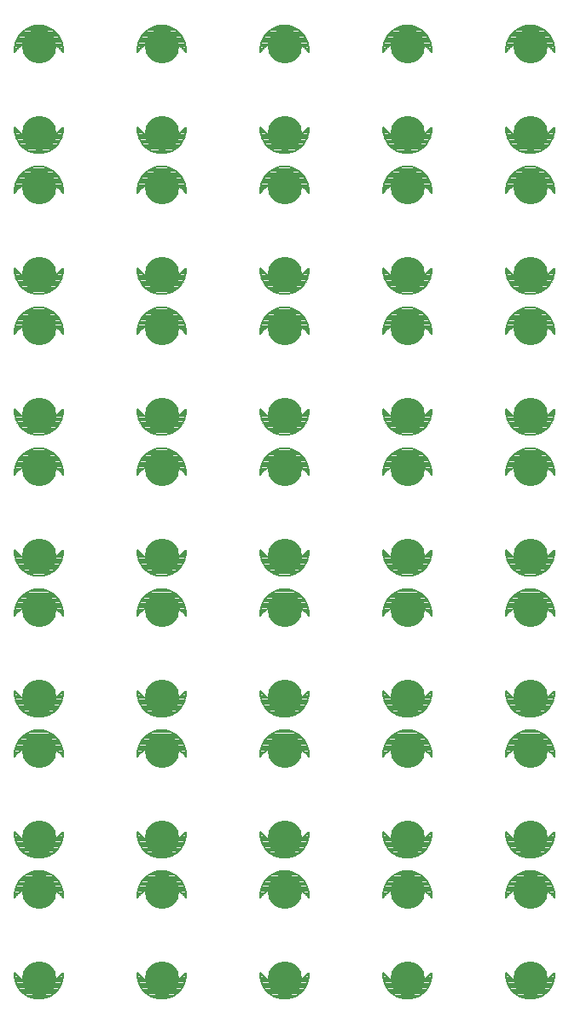
<source format=gbs>
G75*
G70*
%OFA0B0*%
%FSLAX24Y24*%
%IPPOS*%
%LPD*%
%AMOC8*
5,1,8,0,0,1.08239X$1,22.5*
%
%ADD10C,0.1346*%
%ADD11C,0.0080*%
D10*
X002450Y001100D03*
X002450Y004500D03*
X002450Y006600D03*
X002450Y010000D03*
X002450Y012100D03*
X002450Y015500D03*
X002450Y017600D03*
X002450Y021000D03*
X002450Y023100D03*
X002450Y026500D03*
X002450Y028600D03*
X002450Y032000D03*
X002450Y034100D03*
X002450Y037500D03*
X007250Y037500D03*
X007250Y034100D03*
X007250Y032000D03*
X007250Y028600D03*
X007250Y026500D03*
X007250Y023100D03*
X007250Y021000D03*
X007250Y017600D03*
X007250Y015500D03*
X007250Y012100D03*
X007250Y010000D03*
X007250Y006600D03*
X007250Y004500D03*
X007250Y001100D03*
X012050Y001100D03*
X012050Y004500D03*
X012050Y006600D03*
X012050Y010000D03*
X012050Y012100D03*
X012050Y015500D03*
X012050Y017600D03*
X012050Y021000D03*
X012050Y023100D03*
X012050Y026500D03*
X012050Y028600D03*
X012050Y032000D03*
X012050Y034100D03*
X012050Y037500D03*
X016850Y037500D03*
X016850Y034100D03*
X016850Y032000D03*
X016850Y028600D03*
X016850Y026500D03*
X016850Y023100D03*
X016850Y021000D03*
X016850Y017600D03*
X016850Y015500D03*
X016850Y012100D03*
X016850Y010000D03*
X016850Y006600D03*
X016850Y004500D03*
X016850Y001100D03*
X021650Y001100D03*
X021650Y004500D03*
X021650Y006600D03*
X021650Y010000D03*
X021650Y012100D03*
X021650Y015500D03*
X021650Y017600D03*
X021650Y021000D03*
X021650Y023100D03*
X021650Y026500D03*
X021650Y028600D03*
X021650Y032000D03*
X021650Y034100D03*
X021650Y037500D03*
D11*
X001622Y000785D02*
X001701Y000667D01*
X001798Y000562D01*
X001910Y000473D01*
X002034Y000402D01*
X002168Y000351D01*
X002307Y000321D01*
X002450Y000313D01*
X002593Y000321D01*
X002732Y000351D01*
X002866Y000402D01*
X002990Y000473D01*
X003102Y000562D01*
X003199Y000667D01*
X003278Y000785D01*
X003339Y000915D01*
X003379Y001052D01*
X003398Y001193D01*
X003395Y001336D01*
X003285Y001209D01*
X003157Y001099D01*
X003016Y001008D01*
X002862Y000938D01*
X002701Y000891D01*
X002534Y000867D01*
X002366Y000867D01*
X002199Y000891D01*
X002038Y000938D01*
X001884Y001008D01*
X001743Y001099D01*
X001615Y001209D01*
X001505Y001336D01*
X001502Y001193D01*
X001521Y001052D01*
X001561Y000915D01*
X001622Y000785D01*
X001604Y000823D02*
X003296Y000823D01*
X003333Y000901D02*
X002738Y000901D01*
X002954Y000980D02*
X003358Y000980D01*
X003380Y001058D02*
X003094Y001058D01*
X003201Y001137D02*
X003391Y001137D01*
X003398Y001215D02*
X003290Y001215D01*
X003358Y001294D02*
X003396Y001294D01*
X003251Y000744D02*
X001649Y000744D01*
X001702Y000666D02*
X003198Y000666D01*
X003126Y000587D02*
X001774Y000587D01*
X001864Y000509D02*
X003036Y000509D01*
X002916Y000430D02*
X001984Y000430D01*
X002165Y000352D02*
X002735Y000352D01*
X002162Y000901D02*
X001567Y000901D01*
X001542Y000980D02*
X001946Y000980D01*
X001806Y001058D02*
X001520Y001058D01*
X001509Y001137D02*
X001699Y001137D01*
X001610Y001215D02*
X001502Y001215D01*
X001504Y001294D02*
X001542Y001294D01*
X001505Y004264D02*
X001615Y004391D01*
X001743Y004501D01*
X001884Y004592D01*
X002038Y004662D01*
X002199Y004709D01*
X002366Y004733D01*
X002534Y004733D01*
X002701Y004709D01*
X002862Y004662D01*
X003016Y004592D01*
X003157Y004501D01*
X003285Y004391D01*
X003395Y004264D01*
X003398Y004407D01*
X003379Y004548D01*
X003339Y004685D01*
X003278Y004815D01*
X003199Y004933D01*
X003102Y005038D01*
X002990Y005127D01*
X002866Y005198D01*
X002732Y005249D01*
X002593Y005279D01*
X002450Y005287D01*
X002307Y005279D01*
X002168Y005249D01*
X002034Y005198D01*
X001910Y005127D01*
X001798Y005038D01*
X001701Y004933D01*
X001622Y004815D01*
X001561Y004685D01*
X001521Y004548D01*
X001502Y004407D01*
X001505Y004264D01*
X001505Y004277D02*
X001517Y004277D01*
X001503Y004356D02*
X001585Y004356D01*
X001506Y004434D02*
X001665Y004434D01*
X001761Y004513D02*
X001516Y004513D01*
X001533Y004591D02*
X001883Y004591D01*
X002064Y004670D02*
X001556Y004670D01*
X001590Y004748D02*
X003310Y004748D01*
X003344Y004670D02*
X002836Y004670D01*
X003017Y004591D02*
X003367Y004591D01*
X003384Y004513D02*
X003139Y004513D01*
X003235Y004434D02*
X003394Y004434D01*
X003397Y004356D02*
X003315Y004356D01*
X003383Y004277D02*
X003395Y004277D01*
X003271Y004827D02*
X001629Y004827D01*
X001682Y004905D02*
X003218Y004905D01*
X003152Y004984D02*
X001748Y004984D01*
X001828Y005062D02*
X003072Y005062D01*
X002967Y005141D02*
X001933Y005141D01*
X002089Y005219D02*
X002811Y005219D01*
X002714Y005847D02*
X002186Y005847D01*
X002168Y005851D02*
X002307Y005821D01*
X002450Y005813D01*
X002593Y005821D01*
X002732Y005851D01*
X002866Y005902D01*
X002990Y005973D01*
X003102Y006062D01*
X003199Y006167D01*
X003278Y006285D01*
X003339Y006415D01*
X003379Y006552D01*
X003398Y006693D01*
X003395Y006836D01*
X003285Y006709D01*
X003157Y006599D01*
X003016Y006508D01*
X002862Y006438D01*
X002701Y006391D01*
X002534Y006367D01*
X002366Y006367D01*
X002199Y006391D01*
X002038Y006438D01*
X001884Y006508D01*
X001743Y006599D01*
X001615Y006709D01*
X001505Y006836D01*
X001502Y006693D01*
X001521Y006552D01*
X001561Y006415D01*
X001622Y006285D01*
X001701Y006167D01*
X001798Y006062D01*
X001910Y005973D01*
X002034Y005902D01*
X002168Y005851D01*
X001993Y005926D02*
X002907Y005926D01*
X003029Y006004D02*
X001871Y006004D01*
X001779Y006083D02*
X003121Y006083D01*
X003194Y006161D02*
X001706Y006161D01*
X001652Y006240D02*
X003248Y006240D01*
X003294Y006318D02*
X001606Y006318D01*
X001569Y006397D02*
X002179Y006397D01*
X001957Y006475D02*
X001543Y006475D01*
X001520Y006554D02*
X001814Y006554D01*
X001705Y006632D02*
X001510Y006632D01*
X001502Y006711D02*
X001614Y006711D01*
X001546Y006789D02*
X001504Y006789D01*
X002721Y006397D02*
X003331Y006397D01*
X003357Y006475D02*
X002943Y006475D01*
X003086Y006554D02*
X003380Y006554D01*
X003390Y006632D02*
X003195Y006632D01*
X003286Y006711D02*
X003398Y006711D01*
X003396Y006789D02*
X003354Y006789D01*
X003395Y009764D02*
X003285Y009891D01*
X003157Y010001D01*
X003016Y010092D01*
X002862Y010162D01*
X002701Y010209D01*
X002534Y010233D01*
X002366Y010233D01*
X002199Y010209D01*
X002038Y010162D01*
X001884Y010092D01*
X001743Y010001D01*
X001615Y009891D01*
X001505Y009764D01*
X001502Y009907D01*
X001521Y010048D01*
X001561Y010185D01*
X001622Y010315D01*
X001701Y010433D01*
X001798Y010538D01*
X001910Y010627D01*
X002034Y010698D01*
X002168Y010749D01*
X002307Y010779D01*
X002450Y010787D01*
X002593Y010779D01*
X002732Y010749D01*
X002866Y010698D01*
X002990Y010627D01*
X003102Y010538D01*
X003199Y010433D01*
X003278Y010315D01*
X003339Y010185D01*
X003379Y010048D01*
X003398Y009907D01*
X003395Y009764D01*
X003395Y009772D02*
X003388Y009772D01*
X003397Y009851D02*
X003320Y009851D01*
X003395Y009929D02*
X003240Y009929D01*
X003147Y010008D02*
X003385Y010008D01*
X003368Y010086D02*
X003025Y010086D01*
X002853Y010165D02*
X003345Y010165D01*
X003312Y010243D02*
X001588Y010243D01*
X001555Y010165D02*
X002047Y010165D01*
X001875Y010086D02*
X001532Y010086D01*
X001515Y010008D02*
X001753Y010008D01*
X001660Y009929D02*
X001505Y009929D01*
X001503Y009851D02*
X001580Y009851D01*
X001512Y009772D02*
X001505Y009772D01*
X001626Y010322D02*
X003274Y010322D01*
X003221Y010400D02*
X001679Y010400D01*
X001743Y010479D02*
X003157Y010479D01*
X003078Y010557D02*
X001822Y010557D01*
X001924Y010636D02*
X002976Y010636D01*
X002824Y010714D02*
X002076Y010714D01*
X002209Y011342D02*
X002691Y011342D01*
X002732Y011351D02*
X002866Y011402D01*
X002990Y011473D01*
X003102Y011562D01*
X003199Y011667D01*
X003278Y011785D01*
X003339Y011915D01*
X003379Y012052D01*
X003398Y012193D01*
X003395Y012336D01*
X003285Y012209D01*
X003157Y012099D01*
X003016Y012008D01*
X002862Y011938D01*
X002701Y011891D01*
X002534Y011867D01*
X002366Y011867D01*
X002199Y011891D01*
X002038Y011938D01*
X001884Y012008D01*
X001743Y012099D01*
X001615Y012209D01*
X001505Y012336D01*
X001502Y012193D01*
X001521Y012052D01*
X001561Y011915D01*
X001622Y011785D01*
X001701Y011667D01*
X001798Y011562D01*
X001910Y011473D01*
X002034Y011402D01*
X002168Y011351D01*
X002307Y011321D01*
X002450Y011313D01*
X002593Y011321D01*
X002732Y011351D01*
X002899Y011421D02*
X002001Y011421D01*
X001877Y011499D02*
X003023Y011499D01*
X003116Y011578D02*
X001784Y011578D01*
X001711Y011656D02*
X003189Y011656D01*
X003244Y011735D02*
X001656Y011735D01*
X001609Y011813D02*
X003291Y011813D01*
X003328Y011892D02*
X002704Y011892D01*
X002932Y011970D02*
X003355Y011970D01*
X003378Y012049D02*
X003079Y012049D01*
X003190Y012127D02*
X003389Y012127D01*
X003398Y012206D02*
X003280Y012206D01*
X003350Y012284D02*
X003396Y012284D01*
X002196Y011892D02*
X001572Y011892D01*
X001545Y011970D02*
X001968Y011970D01*
X001821Y012049D02*
X001522Y012049D01*
X001511Y012127D02*
X001710Y012127D01*
X001620Y012206D02*
X001502Y012206D01*
X001504Y012284D02*
X001550Y012284D01*
X001505Y015264D02*
X001615Y015391D01*
X001743Y015501D01*
X001884Y015592D01*
X002038Y015662D01*
X002199Y015709D01*
X002366Y015733D01*
X002534Y015733D01*
X002701Y015709D01*
X002862Y015662D01*
X003016Y015592D01*
X003157Y015501D01*
X003285Y015391D01*
X003395Y015264D01*
X003398Y015407D01*
X003379Y015548D01*
X003339Y015685D01*
X003278Y015815D01*
X003199Y015933D01*
X003102Y016038D01*
X002990Y016127D01*
X002866Y016198D01*
X002732Y016249D01*
X002593Y016279D01*
X002450Y016287D01*
X002307Y016279D01*
X002168Y016249D01*
X002034Y016198D01*
X001910Y016127D01*
X001798Y016038D01*
X001701Y015933D01*
X001622Y015815D01*
X001561Y015685D01*
X001521Y015548D01*
X001502Y015407D01*
X001505Y015264D01*
X001505Y015267D02*
X001508Y015267D01*
X001503Y015346D02*
X001576Y015346D01*
X001504Y015424D02*
X001654Y015424D01*
X001745Y015503D02*
X001515Y015503D01*
X001530Y015581D02*
X001867Y015581D01*
X002032Y015660D02*
X001553Y015660D01*
X001586Y015738D02*
X003314Y015738D01*
X003347Y015660D02*
X002868Y015660D01*
X003033Y015581D02*
X003370Y015581D01*
X003385Y015503D02*
X003155Y015503D01*
X003246Y015424D02*
X003396Y015424D01*
X003397Y015346D02*
X003324Y015346D01*
X003392Y015267D02*
X003395Y015267D01*
X003277Y015817D02*
X001623Y015817D01*
X001676Y015895D02*
X003224Y015895D01*
X003162Y015974D02*
X001738Y015974D01*
X001815Y016052D02*
X003085Y016052D01*
X002984Y016131D02*
X001916Y016131D01*
X002063Y016209D02*
X002837Y016209D01*
X002732Y016851D02*
X002593Y016821D01*
X002450Y016813D01*
X002307Y016821D01*
X002168Y016851D01*
X002034Y016902D01*
X001910Y016973D01*
X001798Y017062D01*
X001701Y017167D01*
X001622Y017285D01*
X001561Y017415D01*
X001521Y017552D01*
X001502Y017693D01*
X001505Y017836D01*
X001615Y017709D01*
X001743Y017599D01*
X001884Y017508D01*
X002038Y017438D01*
X002199Y017391D01*
X002366Y017367D01*
X002534Y017367D01*
X002701Y017391D01*
X002862Y017438D01*
X003016Y017508D01*
X003157Y017599D01*
X003285Y017709D01*
X003395Y017836D01*
X003398Y017693D01*
X003379Y017552D01*
X003339Y017415D01*
X003278Y017285D01*
X003199Y017167D01*
X003102Y017062D01*
X002990Y016973D01*
X002866Y016902D01*
X002732Y016851D01*
X002668Y016837D02*
X002232Y016837D01*
X002010Y016916D02*
X002890Y016916D01*
X003017Y016994D02*
X001883Y016994D01*
X001788Y017073D02*
X003112Y017073D01*
X003184Y017151D02*
X001716Y017151D01*
X001659Y017230D02*
X003241Y017230D01*
X003289Y017308D02*
X001611Y017308D01*
X001574Y017387D02*
X002228Y017387D01*
X001979Y017465D02*
X001546Y017465D01*
X001523Y017544D02*
X001829Y017544D01*
X001716Y017622D02*
X001511Y017622D01*
X001502Y017701D02*
X001625Y017701D01*
X001555Y017779D02*
X001504Y017779D01*
X002672Y017387D02*
X003326Y017387D01*
X003354Y017465D02*
X002921Y017465D01*
X003071Y017544D02*
X003377Y017544D01*
X003389Y017622D02*
X003184Y017622D01*
X003275Y017701D02*
X003398Y017701D01*
X003396Y017779D02*
X003345Y017779D01*
X003395Y020764D02*
X003285Y020891D01*
X003157Y021001D01*
X003016Y021092D01*
X002862Y021162D01*
X002701Y021209D01*
X002534Y021233D01*
X002366Y021233D01*
X002199Y021209D01*
X002038Y021162D01*
X001884Y021092D01*
X001743Y021001D01*
X001615Y020891D01*
X001505Y020764D01*
X001502Y020907D01*
X001521Y021048D01*
X001561Y021185D01*
X001622Y021315D01*
X001701Y021433D01*
X001798Y021538D01*
X001910Y021627D01*
X002034Y021698D01*
X002168Y021749D01*
X002307Y021779D01*
X002450Y021787D01*
X002593Y021779D01*
X002732Y021749D01*
X002866Y021698D01*
X002990Y021627D01*
X003102Y021538D01*
X003199Y021433D01*
X003278Y021315D01*
X003339Y021185D01*
X003379Y021048D01*
X003398Y020907D01*
X003395Y020764D01*
X003397Y020841D02*
X003328Y020841D01*
X003396Y020919D02*
X003252Y020919D01*
X003161Y020998D02*
X003386Y020998D01*
X003371Y021076D02*
X003040Y021076D01*
X002878Y021155D02*
X003348Y021155D01*
X003317Y021233D02*
X002535Y021233D01*
X002365Y021233D02*
X001583Y021233D01*
X001552Y021155D02*
X002022Y021155D01*
X001860Y021076D02*
X001529Y021076D01*
X001514Y020998D02*
X001739Y020998D01*
X001648Y020919D02*
X001504Y020919D01*
X001503Y020841D02*
X001572Y020841D01*
X001620Y021312D02*
X003280Y021312D01*
X003228Y021390D02*
X001672Y021390D01*
X001734Y021469D02*
X003166Y021469D01*
X003091Y021547D02*
X001809Y021547D01*
X001908Y021626D02*
X002992Y021626D01*
X002850Y021704D02*
X002050Y021704D01*
X002367Y021783D02*
X002533Y021783D01*
X002450Y022313D02*
X002307Y022321D01*
X002168Y022351D01*
X002034Y022402D01*
X001910Y022473D01*
X001798Y022562D01*
X001701Y022667D01*
X001622Y022785D01*
X001561Y022915D01*
X001521Y023052D01*
X001502Y023193D01*
X001505Y023336D01*
X001615Y023209D01*
X001743Y023099D01*
X001884Y023008D01*
X002038Y022938D01*
X002199Y022891D01*
X002366Y022867D01*
X002534Y022867D01*
X002701Y022891D01*
X002862Y022938D01*
X003016Y023008D01*
X003157Y023099D01*
X003285Y023209D01*
X003395Y023336D01*
X003398Y023193D01*
X003379Y023052D01*
X003339Y022915D01*
X003278Y022785D01*
X003199Y022667D01*
X003102Y022562D01*
X002990Y022473D01*
X002866Y022402D01*
X002732Y022351D01*
X002593Y022321D01*
X002450Y022313D01*
X002255Y022332D02*
X002645Y022332D01*
X002881Y022411D02*
X002019Y022411D01*
X001889Y022489D02*
X003011Y022489D01*
X003107Y022568D02*
X001793Y022568D01*
X001720Y022646D02*
X003180Y022646D01*
X003238Y022725D02*
X001662Y022725D01*
X001613Y022803D02*
X003287Y022803D01*
X003324Y022882D02*
X002637Y022882D01*
X002263Y022882D02*
X001576Y022882D01*
X001548Y022960D02*
X001989Y022960D01*
X001837Y023039D02*
X001525Y023039D01*
X001512Y023117D02*
X001722Y023117D01*
X001631Y023196D02*
X001502Y023196D01*
X001504Y023274D02*
X001559Y023274D01*
X002911Y022960D02*
X003352Y022960D01*
X003375Y023039D02*
X003063Y023039D01*
X003178Y023117D02*
X003388Y023117D01*
X003398Y023196D02*
X003269Y023196D01*
X003341Y023274D02*
X003396Y023274D01*
X003395Y026264D02*
X003285Y026391D01*
X003157Y026501D01*
X003016Y026592D01*
X002862Y026662D01*
X002701Y026709D01*
X002534Y026733D01*
X002366Y026733D01*
X002199Y026709D01*
X002038Y026662D01*
X001884Y026592D01*
X001743Y026501D01*
X001615Y026391D01*
X001505Y026264D01*
X001502Y026407D01*
X001521Y026548D01*
X001561Y026685D01*
X001622Y026815D01*
X001701Y026933D01*
X001798Y027038D01*
X001910Y027127D01*
X002034Y027198D01*
X002168Y027249D01*
X002307Y027279D01*
X002450Y027287D01*
X002593Y027279D01*
X002732Y027249D01*
X002866Y027198D01*
X002990Y027127D01*
X003102Y027038D01*
X003199Y026933D01*
X003278Y026815D01*
X003339Y026685D01*
X003379Y026548D01*
X003398Y026407D01*
X003395Y026264D01*
X003396Y026336D02*
X003333Y026336D01*
X003397Y026414D02*
X003258Y026414D01*
X003167Y026493D02*
X003387Y026493D01*
X003373Y026571D02*
X003048Y026571D01*
X002889Y026650D02*
X003350Y026650D01*
X003319Y026728D02*
X002570Y026728D01*
X002330Y026728D02*
X001581Y026728D01*
X001550Y026650D02*
X002011Y026650D01*
X001852Y026571D02*
X001527Y026571D01*
X001513Y026493D02*
X001733Y026493D01*
X001642Y026414D02*
X001503Y026414D01*
X001504Y026336D02*
X001567Y026336D01*
X001618Y026807D02*
X003282Y026807D01*
X003231Y026885D02*
X001669Y026885D01*
X001729Y026964D02*
X003171Y026964D01*
X003097Y027042D02*
X001803Y027042D01*
X001902Y027121D02*
X002998Y027121D01*
X002863Y027199D02*
X002037Y027199D01*
X002300Y027278D02*
X002600Y027278D01*
X002593Y027821D02*
X002732Y027851D01*
X002866Y027902D01*
X002990Y027973D01*
X003102Y028062D01*
X003199Y028167D01*
X003278Y028285D01*
X003339Y028415D01*
X003379Y028552D01*
X003398Y028693D01*
X003395Y028836D01*
X003285Y028709D01*
X003157Y028599D01*
X003016Y028508D01*
X002862Y028438D01*
X002701Y028391D01*
X002534Y028367D01*
X002366Y028367D01*
X002199Y028391D01*
X002038Y028438D01*
X001884Y028508D01*
X001743Y028599D01*
X001615Y028709D01*
X001505Y028836D01*
X001502Y028693D01*
X001521Y028552D01*
X001561Y028415D01*
X001622Y028285D01*
X001701Y028167D01*
X001798Y028062D01*
X001910Y027973D01*
X002034Y027902D01*
X002168Y027851D01*
X002307Y027821D01*
X002450Y027813D01*
X002593Y027821D01*
X002622Y027827D02*
X002278Y027827D01*
X002028Y027906D02*
X002872Y027906D01*
X003004Y027984D02*
X001896Y027984D01*
X001797Y028063D02*
X003103Y028063D01*
X003175Y028141D02*
X001725Y028141D01*
X001666Y028220D02*
X003234Y028220D01*
X003284Y028298D02*
X001616Y028298D01*
X001579Y028377D02*
X002298Y028377D01*
X002602Y028377D02*
X003321Y028377D01*
X003351Y028455D02*
X002900Y028455D01*
X003055Y028534D02*
X003374Y028534D01*
X003387Y028612D02*
X003172Y028612D01*
X003263Y028691D02*
X003398Y028691D01*
X003396Y028769D02*
X003337Y028769D01*
X002000Y028455D02*
X001549Y028455D01*
X001526Y028534D02*
X001845Y028534D01*
X001728Y028612D02*
X001513Y028612D01*
X001502Y028691D02*
X001637Y028691D01*
X001563Y028769D02*
X001504Y028769D01*
X001505Y031764D02*
X001615Y031891D01*
X001743Y032001D01*
X001884Y032092D01*
X002038Y032162D01*
X002199Y032209D01*
X002366Y032233D01*
X002534Y032233D01*
X002701Y032209D01*
X002862Y032162D01*
X003016Y032092D01*
X003157Y032001D01*
X003285Y031891D01*
X003395Y031764D01*
X003398Y031907D01*
X003379Y032048D01*
X003339Y032185D01*
X003278Y032315D01*
X003199Y032433D01*
X003102Y032538D01*
X002990Y032627D01*
X002866Y032698D01*
X002732Y032749D01*
X002593Y032779D01*
X002450Y032787D01*
X002307Y032779D01*
X002168Y032749D01*
X002034Y032698D01*
X001910Y032627D01*
X001798Y032538D01*
X001701Y032433D01*
X001622Y032315D01*
X001561Y032185D01*
X001521Y032048D01*
X001502Y031907D01*
X001505Y031764D01*
X001504Y031831D02*
X001563Y031831D01*
X001502Y031909D02*
X001636Y031909D01*
X001727Y031988D02*
X001513Y031988D01*
X001526Y032066D02*
X001844Y032066D01*
X002000Y032145D02*
X001549Y032145D01*
X001579Y032223D02*
X002295Y032223D01*
X002605Y032223D02*
X003321Y032223D01*
X003351Y032145D02*
X002900Y032145D01*
X003056Y032066D02*
X003374Y032066D01*
X003387Y031988D02*
X003173Y031988D01*
X003264Y031909D02*
X003398Y031909D01*
X003396Y031831D02*
X003337Y031831D01*
X003285Y032302D02*
X001615Y032302D01*
X001665Y032380D02*
X003235Y032380D01*
X003175Y032459D02*
X001725Y032459D01*
X001797Y032537D02*
X003103Y032537D01*
X003005Y032616D02*
X001895Y032616D01*
X002027Y032694D02*
X002873Y032694D01*
X002623Y032773D02*
X002277Y032773D01*
X002307Y033321D02*
X002168Y033351D01*
X002034Y033402D01*
X001910Y033473D01*
X001798Y033562D01*
X001701Y033667D01*
X001622Y033785D01*
X001561Y033915D01*
X001521Y034052D01*
X001502Y034193D01*
X001505Y034336D01*
X001615Y034209D01*
X001743Y034099D01*
X001884Y034008D01*
X002038Y033938D01*
X002199Y033891D01*
X002366Y033867D01*
X002534Y033867D01*
X002701Y033891D01*
X002862Y033938D01*
X003016Y034008D01*
X003157Y034099D01*
X003285Y034209D01*
X003395Y034336D01*
X003398Y034193D01*
X003379Y034052D01*
X003339Y033915D01*
X003278Y033785D01*
X003199Y033667D01*
X003102Y033562D01*
X002990Y033473D01*
X002866Y033402D01*
X002732Y033351D01*
X002593Y033321D01*
X002450Y033313D01*
X002307Y033321D01*
X002302Y033322D02*
X002598Y033322D01*
X002863Y033401D02*
X002037Y033401D01*
X001902Y033479D02*
X002998Y033479D01*
X003097Y033558D02*
X001803Y033558D01*
X001729Y033636D02*
X003171Y033636D01*
X003231Y033715D02*
X001669Y033715D01*
X001618Y033793D02*
X003282Y033793D01*
X003319Y033872D02*
X002568Y033872D01*
X002332Y033872D02*
X001581Y033872D01*
X001550Y033950D02*
X002011Y033950D01*
X001852Y034029D02*
X001527Y034029D01*
X001513Y034107D02*
X001733Y034107D01*
X001643Y034186D02*
X001503Y034186D01*
X001504Y034264D02*
X001568Y034264D01*
X002889Y033950D02*
X003350Y033950D01*
X003373Y034029D02*
X003048Y034029D01*
X003167Y034107D02*
X003387Y034107D01*
X003397Y034186D02*
X003257Y034186D01*
X003332Y034264D02*
X003396Y034264D01*
X003395Y037264D02*
X003285Y037391D01*
X003157Y037501D01*
X003016Y037592D01*
X002862Y037662D01*
X002701Y037709D01*
X002534Y037733D01*
X002366Y037733D01*
X002199Y037709D01*
X002038Y037662D01*
X001884Y037592D01*
X001743Y037501D01*
X001615Y037391D01*
X001505Y037264D01*
X001502Y037407D01*
X001521Y037548D01*
X001561Y037685D01*
X001622Y037815D01*
X001701Y037933D01*
X001798Y038038D01*
X001910Y038127D01*
X002034Y038198D01*
X002168Y038249D01*
X002307Y038279D01*
X002450Y038287D01*
X002593Y038279D01*
X002732Y038249D01*
X002866Y038198D01*
X002990Y038127D01*
X003102Y038038D01*
X003199Y037933D01*
X003278Y037815D01*
X003339Y037685D01*
X003379Y037548D01*
X003398Y037407D01*
X003395Y037264D01*
X003396Y037326D02*
X003341Y037326D01*
X003398Y037404D02*
X003269Y037404D01*
X003179Y037483D02*
X003388Y037483D01*
X003376Y037561D02*
X003064Y037561D01*
X002911Y037640D02*
X003353Y037640D01*
X003324Y037718D02*
X002639Y037718D01*
X002261Y037718D02*
X001576Y037718D01*
X001547Y037640D02*
X001989Y037640D01*
X001836Y037561D02*
X001524Y037561D01*
X001512Y037483D02*
X001721Y037483D01*
X001631Y037404D02*
X001502Y037404D01*
X001504Y037326D02*
X001559Y037326D01*
X001613Y037797D02*
X003287Y037797D01*
X003238Y037875D02*
X001662Y037875D01*
X001720Y037954D02*
X003180Y037954D01*
X003108Y038032D02*
X001792Y038032D01*
X001889Y038111D02*
X003011Y038111D01*
X002882Y038189D02*
X002018Y038189D01*
X002254Y038268D02*
X002646Y038268D01*
X006321Y037548D02*
X006302Y037407D01*
X006305Y037264D01*
X006415Y037391D01*
X006543Y037501D01*
X006684Y037592D01*
X006838Y037662D01*
X006999Y037709D01*
X007166Y037733D01*
X007334Y037733D01*
X007501Y037709D01*
X007662Y037662D01*
X007816Y037592D01*
X007957Y037501D01*
X008085Y037391D01*
X008195Y037264D01*
X008198Y037407D01*
X008179Y037548D01*
X008139Y037685D01*
X008078Y037815D01*
X007999Y037933D01*
X007902Y038038D01*
X007790Y038127D01*
X007666Y038198D01*
X007532Y038249D01*
X007393Y038279D01*
X007250Y038287D01*
X007107Y038279D01*
X006968Y038249D01*
X006834Y038198D01*
X006710Y038127D01*
X006598Y038038D01*
X006501Y037933D01*
X006422Y037815D01*
X006361Y037685D01*
X006321Y037548D01*
X006324Y037561D02*
X006636Y037561D01*
X006521Y037483D02*
X006312Y037483D01*
X006302Y037404D02*
X006431Y037404D01*
X006359Y037326D02*
X006304Y037326D01*
X006347Y037640D02*
X006789Y037640D01*
X007061Y037718D02*
X006376Y037718D01*
X006413Y037797D02*
X008087Y037797D01*
X008124Y037718D02*
X007439Y037718D01*
X007711Y037640D02*
X008153Y037640D01*
X008176Y037561D02*
X007864Y037561D01*
X007979Y037483D02*
X008188Y037483D01*
X008198Y037404D02*
X008069Y037404D01*
X008141Y037326D02*
X008196Y037326D01*
X008038Y037875D02*
X006462Y037875D01*
X006520Y037954D02*
X007980Y037954D01*
X007908Y038032D02*
X006592Y038032D01*
X006689Y038111D02*
X007811Y038111D01*
X007682Y038189D02*
X006818Y038189D01*
X007054Y038268D02*
X007446Y038268D01*
X008195Y034336D02*
X008085Y034209D01*
X007957Y034099D01*
X007816Y034008D01*
X007662Y033938D01*
X007501Y033891D01*
X007334Y033867D01*
X007166Y033867D01*
X006999Y033891D01*
X006838Y033938D01*
X006684Y034008D01*
X006543Y034099D01*
X006415Y034209D01*
X006305Y034336D01*
X006302Y034193D01*
X006321Y034052D01*
X006361Y033915D01*
X006422Y033785D01*
X006501Y033667D01*
X006598Y033562D01*
X006710Y033473D01*
X006834Y033402D01*
X006968Y033351D01*
X007107Y033321D01*
X007250Y033313D01*
X007393Y033321D01*
X007532Y033351D01*
X007666Y033402D01*
X007790Y033473D01*
X007902Y033562D01*
X007999Y033667D01*
X008078Y033785D01*
X008139Y033915D01*
X008179Y034052D01*
X008198Y034193D01*
X008195Y034336D01*
X008196Y034264D02*
X008132Y034264D01*
X008197Y034186D02*
X008057Y034186D01*
X007967Y034107D02*
X008187Y034107D01*
X008173Y034029D02*
X007848Y034029D01*
X007689Y033950D02*
X008150Y033950D01*
X008119Y033872D02*
X007368Y033872D01*
X007132Y033872D02*
X006381Y033872D01*
X006350Y033950D02*
X006811Y033950D01*
X006652Y034029D02*
X006327Y034029D01*
X006313Y034107D02*
X006533Y034107D01*
X006443Y034186D02*
X006303Y034186D01*
X006304Y034264D02*
X006368Y034264D01*
X006418Y033793D02*
X008082Y033793D01*
X008031Y033715D02*
X006469Y033715D01*
X006529Y033636D02*
X007971Y033636D01*
X007897Y033558D02*
X006603Y033558D01*
X006702Y033479D02*
X007798Y033479D01*
X007663Y033401D02*
X006837Y033401D01*
X007102Y033322D02*
X007398Y033322D01*
X007393Y032779D02*
X007250Y032787D01*
X007107Y032779D01*
X006968Y032749D01*
X006834Y032698D01*
X006710Y032627D01*
X006598Y032538D01*
X006501Y032433D01*
X006422Y032315D01*
X006361Y032185D01*
X006321Y032048D01*
X006302Y031907D01*
X006305Y031764D01*
X006415Y031891D01*
X006543Y032001D01*
X006684Y032092D01*
X006838Y032162D01*
X006999Y032209D01*
X007166Y032233D01*
X007334Y032233D01*
X007501Y032209D01*
X007662Y032162D01*
X007816Y032092D01*
X007957Y032001D01*
X008085Y031891D01*
X008195Y031764D01*
X008198Y031907D01*
X008179Y032048D01*
X008139Y032185D01*
X008078Y032315D01*
X007999Y032433D01*
X007902Y032538D01*
X007790Y032627D01*
X007666Y032698D01*
X007532Y032749D01*
X007393Y032779D01*
X007423Y032773D02*
X007077Y032773D01*
X006827Y032694D02*
X007673Y032694D01*
X007805Y032616D02*
X006695Y032616D01*
X006597Y032537D02*
X007903Y032537D01*
X007975Y032459D02*
X006525Y032459D01*
X006465Y032380D02*
X008035Y032380D01*
X008085Y032302D02*
X006415Y032302D01*
X006379Y032223D02*
X007095Y032223D01*
X006800Y032145D02*
X006349Y032145D01*
X006326Y032066D02*
X006644Y032066D01*
X006527Y031988D02*
X006313Y031988D01*
X006302Y031909D02*
X006436Y031909D01*
X006363Y031831D02*
X006304Y031831D01*
X007405Y032223D02*
X008121Y032223D01*
X008151Y032145D02*
X007700Y032145D01*
X007856Y032066D02*
X008174Y032066D01*
X008187Y031988D02*
X007973Y031988D01*
X008064Y031909D02*
X008198Y031909D01*
X008196Y031831D02*
X008137Y031831D01*
X008195Y028836D02*
X008085Y028709D01*
X007957Y028599D01*
X007816Y028508D01*
X007662Y028438D01*
X007501Y028391D01*
X007334Y028367D01*
X007166Y028367D01*
X006999Y028391D01*
X006838Y028438D01*
X006684Y028508D01*
X006543Y028599D01*
X006415Y028709D01*
X006305Y028836D01*
X006302Y028693D01*
X006321Y028552D01*
X006361Y028415D01*
X006422Y028285D01*
X006501Y028167D01*
X006598Y028062D01*
X006710Y027973D01*
X006834Y027902D01*
X006968Y027851D01*
X007107Y027821D01*
X007250Y027813D01*
X007393Y027821D01*
X007532Y027851D01*
X007666Y027902D01*
X007790Y027973D01*
X007902Y028062D01*
X007999Y028167D01*
X008078Y028285D01*
X008139Y028415D01*
X008179Y028552D01*
X008198Y028693D01*
X008195Y028836D01*
X008196Y028769D02*
X008137Y028769D01*
X008198Y028691D02*
X008063Y028691D01*
X007972Y028612D02*
X008187Y028612D01*
X008174Y028534D02*
X007855Y028534D01*
X007700Y028455D02*
X008151Y028455D01*
X008121Y028377D02*
X007402Y028377D01*
X007098Y028377D02*
X006379Y028377D01*
X006349Y028455D02*
X006800Y028455D01*
X006645Y028534D02*
X006326Y028534D01*
X006313Y028612D02*
X006528Y028612D01*
X006437Y028691D02*
X006302Y028691D01*
X006304Y028769D02*
X006363Y028769D01*
X006416Y028298D02*
X008084Y028298D01*
X008034Y028220D02*
X006466Y028220D01*
X006525Y028141D02*
X007975Y028141D01*
X007903Y028063D02*
X006597Y028063D01*
X006696Y027984D02*
X007804Y027984D01*
X007672Y027906D02*
X006828Y027906D01*
X007078Y027827D02*
X007422Y027827D01*
X007393Y027279D02*
X007250Y027287D01*
X007107Y027279D01*
X006968Y027249D01*
X006834Y027198D01*
X006710Y027127D01*
X006598Y027038D01*
X006501Y026933D01*
X006422Y026815D01*
X006361Y026685D01*
X006321Y026548D01*
X006302Y026407D01*
X006305Y026264D01*
X006415Y026391D01*
X006543Y026501D01*
X006684Y026592D01*
X006838Y026662D01*
X006999Y026709D01*
X007166Y026733D01*
X007334Y026733D01*
X007501Y026709D01*
X007662Y026662D01*
X007816Y026592D01*
X007957Y026501D01*
X008085Y026391D01*
X008195Y026264D01*
X008198Y026407D01*
X008179Y026548D01*
X008139Y026685D01*
X008078Y026815D01*
X007999Y026933D01*
X007902Y027038D01*
X007790Y027127D01*
X007666Y027198D01*
X007532Y027249D01*
X007393Y027279D01*
X007400Y027278D02*
X007100Y027278D01*
X006837Y027199D02*
X007663Y027199D01*
X007798Y027121D02*
X006702Y027121D01*
X006603Y027042D02*
X007897Y027042D01*
X007971Y026964D02*
X006529Y026964D01*
X006469Y026885D02*
X008031Y026885D01*
X008082Y026807D02*
X006418Y026807D01*
X006381Y026728D02*
X007130Y026728D01*
X007370Y026728D02*
X008119Y026728D01*
X008150Y026650D02*
X007689Y026650D01*
X007848Y026571D02*
X008173Y026571D01*
X008187Y026493D02*
X007967Y026493D01*
X008058Y026414D02*
X008197Y026414D01*
X008196Y026336D02*
X008133Y026336D01*
X006811Y026650D02*
X006350Y026650D01*
X006327Y026571D02*
X006652Y026571D01*
X006533Y026493D02*
X006313Y026493D01*
X006303Y026414D02*
X006442Y026414D01*
X006367Y026336D02*
X006304Y026336D01*
X006305Y023336D02*
X006415Y023209D01*
X006543Y023099D01*
X006684Y023008D01*
X006838Y022938D01*
X006999Y022891D01*
X007166Y022867D01*
X007334Y022867D01*
X007501Y022891D01*
X007662Y022938D01*
X007816Y023008D01*
X007957Y023099D01*
X008085Y023209D01*
X008195Y023336D01*
X008198Y023193D01*
X008179Y023052D01*
X008139Y022915D01*
X008078Y022785D01*
X007999Y022667D01*
X007902Y022562D01*
X007790Y022473D01*
X007666Y022402D01*
X007532Y022351D01*
X007393Y022321D01*
X007250Y022313D01*
X007107Y022321D01*
X006968Y022351D01*
X006834Y022402D01*
X006710Y022473D01*
X006598Y022562D01*
X006501Y022667D01*
X006422Y022785D01*
X006361Y022915D01*
X006321Y023052D01*
X006302Y023193D01*
X006305Y023336D01*
X006304Y023274D02*
X006359Y023274D01*
X006302Y023196D02*
X006431Y023196D01*
X006522Y023117D02*
X006312Y023117D01*
X006325Y023039D02*
X006637Y023039D01*
X006789Y022960D02*
X006348Y022960D01*
X006376Y022882D02*
X007063Y022882D01*
X007437Y022882D02*
X008124Y022882D01*
X008152Y022960D02*
X007711Y022960D01*
X007863Y023039D02*
X008175Y023039D01*
X008188Y023117D02*
X007978Y023117D01*
X008069Y023196D02*
X008198Y023196D01*
X008196Y023274D02*
X008141Y023274D01*
X008087Y022803D02*
X006413Y022803D01*
X006462Y022725D02*
X008038Y022725D01*
X007980Y022646D02*
X006520Y022646D01*
X006593Y022568D02*
X007907Y022568D01*
X007811Y022489D02*
X006689Y022489D01*
X006819Y022411D02*
X007681Y022411D01*
X007445Y022332D02*
X007055Y022332D01*
X007107Y021779D02*
X006968Y021749D01*
X006834Y021698D01*
X006710Y021627D01*
X006598Y021538D01*
X006501Y021433D01*
X006422Y021315D01*
X006361Y021185D01*
X006321Y021048D01*
X006302Y020907D01*
X006305Y020764D01*
X006415Y020891D01*
X006543Y021001D01*
X006684Y021092D01*
X006838Y021162D01*
X006999Y021209D01*
X007166Y021233D01*
X007334Y021233D01*
X007501Y021209D01*
X007662Y021162D01*
X007816Y021092D01*
X007957Y021001D01*
X008085Y020891D01*
X008195Y020764D01*
X008198Y020907D01*
X008179Y021048D01*
X008139Y021185D01*
X008078Y021315D01*
X007999Y021433D01*
X007902Y021538D01*
X007790Y021627D01*
X007666Y021698D01*
X007532Y021749D01*
X007393Y021779D01*
X007250Y021787D01*
X007107Y021779D01*
X007167Y021783D02*
X007333Y021783D01*
X007650Y021704D02*
X006850Y021704D01*
X006708Y021626D02*
X007792Y021626D01*
X007891Y021547D02*
X006609Y021547D01*
X006534Y021469D02*
X007966Y021469D01*
X008028Y021390D02*
X006472Y021390D01*
X006420Y021312D02*
X008080Y021312D01*
X008117Y021233D02*
X007335Y021233D01*
X007165Y021233D02*
X006383Y021233D01*
X006352Y021155D02*
X006822Y021155D01*
X006660Y021076D02*
X006329Y021076D01*
X006314Y020998D02*
X006539Y020998D01*
X006448Y020919D02*
X006304Y020919D01*
X006303Y020841D02*
X006372Y020841D01*
X007678Y021155D02*
X008148Y021155D01*
X008171Y021076D02*
X007840Y021076D01*
X007961Y020998D02*
X008186Y020998D01*
X008196Y020919D02*
X008052Y020919D01*
X008128Y020841D02*
X008197Y020841D01*
X008195Y017836D02*
X008085Y017709D01*
X007957Y017599D01*
X007816Y017508D01*
X007662Y017438D01*
X007501Y017391D01*
X007334Y017367D01*
X007166Y017367D01*
X006999Y017391D01*
X006838Y017438D01*
X006684Y017508D01*
X006543Y017599D01*
X006415Y017709D01*
X006305Y017836D01*
X006302Y017693D01*
X006321Y017552D01*
X006361Y017415D01*
X006422Y017285D01*
X006501Y017167D01*
X006598Y017062D01*
X006710Y016973D01*
X006834Y016902D01*
X006968Y016851D01*
X007107Y016821D01*
X007250Y016813D01*
X007393Y016821D01*
X007532Y016851D01*
X007666Y016902D01*
X007790Y016973D01*
X007902Y017062D01*
X007999Y017167D01*
X008078Y017285D01*
X008139Y017415D01*
X008179Y017552D01*
X008198Y017693D01*
X008195Y017836D01*
X008196Y017779D02*
X008145Y017779D01*
X008198Y017701D02*
X008075Y017701D01*
X007984Y017622D02*
X008189Y017622D01*
X008177Y017544D02*
X007871Y017544D01*
X007721Y017465D02*
X008154Y017465D01*
X008126Y017387D02*
X007472Y017387D01*
X007817Y016994D02*
X006683Y016994D01*
X006588Y017073D02*
X007912Y017073D01*
X007984Y017151D02*
X006516Y017151D01*
X006459Y017230D02*
X008041Y017230D01*
X008089Y017308D02*
X006411Y017308D01*
X006374Y017387D02*
X007028Y017387D01*
X006779Y017465D02*
X006346Y017465D01*
X006323Y017544D02*
X006629Y017544D01*
X006516Y017622D02*
X006311Y017622D01*
X006302Y017701D02*
X006425Y017701D01*
X006355Y017779D02*
X006304Y017779D01*
X006810Y016916D02*
X007690Y016916D01*
X007468Y016837D02*
X007032Y016837D01*
X007107Y016279D02*
X006968Y016249D01*
X006834Y016198D01*
X006710Y016127D01*
X006598Y016038D01*
X006501Y015933D01*
X006422Y015815D01*
X006361Y015685D01*
X006321Y015548D01*
X006302Y015407D01*
X006305Y015264D01*
X006415Y015391D01*
X006543Y015501D01*
X006684Y015592D01*
X006838Y015662D01*
X006999Y015709D01*
X007166Y015733D01*
X007334Y015733D01*
X007501Y015709D01*
X007662Y015662D01*
X007816Y015592D01*
X007957Y015501D01*
X008085Y015391D01*
X008195Y015264D01*
X008198Y015407D01*
X008179Y015548D01*
X008139Y015685D01*
X008078Y015815D01*
X007999Y015933D01*
X007902Y016038D01*
X007790Y016127D01*
X007666Y016198D01*
X007532Y016249D01*
X007393Y016279D01*
X007250Y016287D01*
X007107Y016279D01*
X006863Y016209D02*
X007637Y016209D01*
X007784Y016131D02*
X006716Y016131D01*
X006615Y016052D02*
X007885Y016052D01*
X007962Y015974D02*
X006538Y015974D01*
X006476Y015895D02*
X008024Y015895D01*
X008077Y015817D02*
X006423Y015817D01*
X006386Y015738D02*
X008114Y015738D01*
X008147Y015660D02*
X007668Y015660D01*
X007833Y015581D02*
X008170Y015581D01*
X008185Y015503D02*
X007955Y015503D01*
X008046Y015424D02*
X008196Y015424D01*
X008197Y015346D02*
X008124Y015346D01*
X008192Y015267D02*
X008195Y015267D01*
X006832Y015660D02*
X006353Y015660D01*
X006330Y015581D02*
X006667Y015581D01*
X006545Y015503D02*
X006315Y015503D01*
X006304Y015424D02*
X006454Y015424D01*
X006376Y015346D02*
X006303Y015346D01*
X006305Y015267D02*
X006308Y015267D01*
X006305Y012336D02*
X006415Y012209D01*
X006543Y012099D01*
X006684Y012008D01*
X006838Y011938D01*
X006999Y011891D01*
X007166Y011867D01*
X007334Y011867D01*
X007501Y011891D01*
X007662Y011938D01*
X007816Y012008D01*
X007957Y012099D01*
X008085Y012209D01*
X008195Y012336D01*
X008198Y012193D01*
X008179Y012052D01*
X008139Y011915D01*
X008078Y011785D01*
X007999Y011667D01*
X007902Y011562D01*
X007790Y011473D01*
X007666Y011402D01*
X007532Y011351D01*
X007393Y011321D01*
X007250Y011313D01*
X007107Y011321D01*
X006968Y011351D01*
X006834Y011402D01*
X006710Y011473D01*
X006598Y011562D01*
X006501Y011667D01*
X006422Y011785D01*
X006361Y011915D01*
X006321Y012052D01*
X006302Y012193D01*
X006305Y012336D01*
X006304Y012284D02*
X006350Y012284D01*
X006302Y012206D02*
X006420Y012206D01*
X006510Y012127D02*
X006311Y012127D01*
X006322Y012049D02*
X006621Y012049D01*
X006768Y011970D02*
X006345Y011970D01*
X006372Y011892D02*
X006996Y011892D01*
X006801Y011421D02*
X007699Y011421D01*
X007823Y011499D02*
X006677Y011499D01*
X006584Y011578D02*
X007916Y011578D01*
X007989Y011656D02*
X006511Y011656D01*
X006456Y011735D02*
X008044Y011735D01*
X008091Y011813D02*
X006409Y011813D01*
X007009Y011342D02*
X007491Y011342D01*
X007504Y011892D02*
X008128Y011892D01*
X008155Y011970D02*
X007732Y011970D01*
X007879Y012049D02*
X008178Y012049D01*
X008189Y012127D02*
X007990Y012127D01*
X008080Y012206D02*
X008198Y012206D01*
X008196Y012284D02*
X008150Y012284D01*
X007393Y010779D02*
X007250Y010787D01*
X007107Y010779D01*
X006968Y010749D01*
X006834Y010698D01*
X006710Y010627D01*
X006598Y010538D01*
X006501Y010433D01*
X006422Y010315D01*
X006361Y010185D01*
X006321Y010048D01*
X006302Y009907D01*
X006305Y009764D01*
X006415Y009891D01*
X006543Y010001D01*
X006684Y010092D01*
X006838Y010162D01*
X006999Y010209D01*
X007166Y010233D01*
X007334Y010233D01*
X007501Y010209D01*
X007662Y010162D01*
X007816Y010092D01*
X007957Y010001D01*
X008085Y009891D01*
X008195Y009764D01*
X008198Y009907D01*
X008179Y010048D01*
X008139Y010185D01*
X008078Y010315D01*
X007999Y010433D01*
X007902Y010538D01*
X007790Y010627D01*
X007666Y010698D01*
X007532Y010749D01*
X007393Y010779D01*
X007624Y010714D02*
X006876Y010714D01*
X006724Y010636D02*
X007776Y010636D01*
X007878Y010557D02*
X006622Y010557D01*
X006543Y010479D02*
X007957Y010479D01*
X008021Y010400D02*
X006479Y010400D01*
X006426Y010322D02*
X008074Y010322D01*
X008112Y010243D02*
X006388Y010243D01*
X006355Y010165D02*
X006847Y010165D01*
X006675Y010086D02*
X006332Y010086D01*
X006315Y010008D02*
X006553Y010008D01*
X006460Y009929D02*
X006305Y009929D01*
X006303Y009851D02*
X006380Y009851D01*
X006312Y009772D02*
X006305Y009772D01*
X007653Y010165D02*
X008145Y010165D01*
X008168Y010086D02*
X007825Y010086D01*
X007947Y010008D02*
X008185Y010008D01*
X008195Y009929D02*
X008040Y009929D01*
X008120Y009851D02*
X008197Y009851D01*
X008188Y009772D02*
X008195Y009772D01*
X008195Y006836D02*
X008085Y006709D01*
X007957Y006599D01*
X007816Y006508D01*
X007662Y006438D01*
X007501Y006391D01*
X007334Y006367D01*
X007166Y006367D01*
X006999Y006391D01*
X006838Y006438D01*
X006684Y006508D01*
X006543Y006599D01*
X006415Y006709D01*
X006305Y006836D01*
X006302Y006693D01*
X006321Y006552D01*
X006361Y006415D01*
X006422Y006285D01*
X006501Y006167D01*
X006598Y006062D01*
X006710Y005973D01*
X006834Y005902D01*
X006968Y005851D01*
X007107Y005821D01*
X007250Y005813D01*
X007393Y005821D01*
X007532Y005851D01*
X007666Y005902D01*
X007790Y005973D01*
X007902Y006062D01*
X007999Y006167D01*
X008078Y006285D01*
X008139Y006415D01*
X008179Y006552D01*
X008198Y006693D01*
X008195Y006836D01*
X008196Y006789D02*
X008154Y006789D01*
X008198Y006711D02*
X008086Y006711D01*
X007995Y006632D02*
X008190Y006632D01*
X008180Y006554D02*
X007886Y006554D01*
X007743Y006475D02*
X008157Y006475D01*
X008131Y006397D02*
X007521Y006397D01*
X007829Y006004D02*
X006671Y006004D01*
X006579Y006083D02*
X007921Y006083D01*
X007994Y006161D02*
X006506Y006161D01*
X006452Y006240D02*
X008048Y006240D01*
X008094Y006318D02*
X006406Y006318D01*
X006369Y006397D02*
X006979Y006397D01*
X006757Y006475D02*
X006343Y006475D01*
X006320Y006554D02*
X006614Y006554D01*
X006505Y006632D02*
X006310Y006632D01*
X006302Y006711D02*
X006414Y006711D01*
X006346Y006789D02*
X006304Y006789D01*
X006793Y005926D02*
X007707Y005926D01*
X007514Y005847D02*
X006986Y005847D01*
X007107Y005279D02*
X006968Y005249D01*
X006834Y005198D01*
X006710Y005127D01*
X006598Y005038D01*
X006501Y004933D01*
X006422Y004815D01*
X006361Y004685D01*
X006321Y004548D01*
X006302Y004407D01*
X006305Y004264D01*
X006415Y004391D01*
X006543Y004501D01*
X006684Y004592D01*
X006838Y004662D01*
X006999Y004709D01*
X007166Y004733D01*
X007334Y004733D01*
X007501Y004709D01*
X007662Y004662D01*
X007816Y004592D01*
X007957Y004501D01*
X008085Y004391D01*
X008195Y004264D01*
X008198Y004407D01*
X008179Y004548D01*
X008139Y004685D01*
X008078Y004815D01*
X007999Y004933D01*
X007902Y005038D01*
X007790Y005127D01*
X007666Y005198D01*
X007532Y005249D01*
X007393Y005279D01*
X007250Y005287D01*
X007107Y005279D01*
X006889Y005219D02*
X007611Y005219D01*
X007767Y005141D02*
X006733Y005141D01*
X006628Y005062D02*
X007872Y005062D01*
X007952Y004984D02*
X006548Y004984D01*
X006482Y004905D02*
X008018Y004905D01*
X008071Y004827D02*
X006429Y004827D01*
X006390Y004748D02*
X008110Y004748D01*
X008144Y004670D02*
X007636Y004670D01*
X007817Y004591D02*
X008167Y004591D01*
X008184Y004513D02*
X007939Y004513D01*
X008035Y004434D02*
X008194Y004434D01*
X008197Y004356D02*
X008115Y004356D01*
X008183Y004277D02*
X008195Y004277D01*
X006864Y004670D02*
X006356Y004670D01*
X006333Y004591D02*
X006683Y004591D01*
X006561Y004513D02*
X006316Y004513D01*
X006306Y004434D02*
X006465Y004434D01*
X006385Y004356D02*
X006303Y004356D01*
X006305Y004277D02*
X006317Y004277D01*
X006305Y001336D02*
X006415Y001209D01*
X006543Y001099D01*
X006684Y001008D01*
X006838Y000938D01*
X006999Y000891D01*
X007166Y000867D01*
X007334Y000867D01*
X007501Y000891D01*
X007662Y000938D01*
X007816Y001008D01*
X007957Y001099D01*
X008085Y001209D01*
X008195Y001336D01*
X008198Y001193D01*
X008179Y001052D01*
X008139Y000915D01*
X008078Y000785D01*
X007999Y000667D01*
X007902Y000562D01*
X007790Y000473D01*
X007666Y000402D01*
X007532Y000351D01*
X007393Y000321D01*
X007250Y000313D01*
X007107Y000321D01*
X006968Y000351D01*
X006834Y000402D01*
X006710Y000473D01*
X006598Y000562D01*
X006501Y000667D01*
X006422Y000785D01*
X006361Y000915D01*
X006321Y001052D01*
X006302Y001193D01*
X006305Y001336D01*
X006304Y001294D02*
X006342Y001294D01*
X006302Y001215D02*
X006410Y001215D01*
X006499Y001137D02*
X006309Y001137D01*
X006320Y001058D02*
X006606Y001058D01*
X006746Y000980D02*
X006342Y000980D01*
X006367Y000901D02*
X006962Y000901D01*
X006664Y000509D02*
X007836Y000509D01*
X007926Y000587D02*
X006574Y000587D01*
X006502Y000666D02*
X007998Y000666D01*
X008051Y000744D02*
X006449Y000744D01*
X006404Y000823D02*
X008096Y000823D01*
X008133Y000901D02*
X007538Y000901D01*
X007754Y000980D02*
X008158Y000980D01*
X008180Y001058D02*
X007894Y001058D01*
X008001Y001137D02*
X008191Y001137D01*
X008198Y001215D02*
X008090Y001215D01*
X008158Y001294D02*
X008196Y001294D01*
X007716Y000430D02*
X006784Y000430D01*
X006965Y000352D02*
X007535Y000352D01*
X011121Y001052D02*
X011161Y000915D01*
X011222Y000785D01*
X011301Y000667D01*
X011398Y000562D01*
X011510Y000473D01*
X011634Y000402D01*
X011768Y000351D01*
X011907Y000321D01*
X012050Y000313D01*
X012193Y000321D01*
X012332Y000351D01*
X012466Y000402D01*
X012590Y000473D01*
X012702Y000562D01*
X012799Y000667D01*
X012878Y000785D01*
X012939Y000915D01*
X012979Y001052D01*
X012998Y001193D01*
X012995Y001336D01*
X012885Y001209D01*
X012757Y001099D01*
X012616Y001008D01*
X012462Y000938D01*
X012301Y000891D01*
X012134Y000867D01*
X011966Y000867D01*
X011799Y000891D01*
X011638Y000938D01*
X011484Y001008D01*
X011343Y001099D01*
X011215Y001209D01*
X011105Y001336D01*
X011102Y001193D01*
X011121Y001052D01*
X011120Y001058D02*
X011406Y001058D01*
X011299Y001137D02*
X011109Y001137D01*
X011102Y001215D02*
X011210Y001215D01*
X011142Y001294D02*
X011104Y001294D01*
X011142Y000980D02*
X011546Y000980D01*
X011762Y000901D02*
X011167Y000901D01*
X011204Y000823D02*
X012896Y000823D01*
X012933Y000901D02*
X012338Y000901D01*
X012554Y000980D02*
X012958Y000980D01*
X012980Y001058D02*
X012694Y001058D01*
X012801Y001137D02*
X012991Y001137D01*
X012998Y001215D02*
X012890Y001215D01*
X012958Y001294D02*
X012996Y001294D01*
X012851Y000744D02*
X011249Y000744D01*
X011302Y000666D02*
X012798Y000666D01*
X012726Y000587D02*
X011374Y000587D01*
X011464Y000509D02*
X012636Y000509D01*
X012516Y000430D02*
X011584Y000430D01*
X011765Y000352D02*
X012335Y000352D01*
X012995Y004264D02*
X012885Y004391D01*
X012757Y004501D01*
X012616Y004592D01*
X012462Y004662D01*
X012301Y004709D01*
X012134Y004733D01*
X011966Y004733D01*
X011799Y004709D01*
X011638Y004662D01*
X011484Y004592D01*
X011343Y004501D01*
X011215Y004391D01*
X011105Y004264D01*
X011102Y004407D01*
X011121Y004548D01*
X011161Y004685D01*
X011222Y004815D01*
X011301Y004933D01*
X011398Y005038D01*
X011510Y005127D01*
X011634Y005198D01*
X011768Y005249D01*
X011907Y005279D01*
X012050Y005287D01*
X012193Y005279D01*
X012332Y005249D01*
X012466Y005198D01*
X012590Y005127D01*
X012702Y005038D01*
X012799Y004933D01*
X012878Y004815D01*
X012939Y004685D01*
X012979Y004548D01*
X012998Y004407D01*
X012995Y004264D01*
X012995Y004277D02*
X012983Y004277D01*
X012997Y004356D02*
X012915Y004356D01*
X012835Y004434D02*
X012994Y004434D01*
X012984Y004513D02*
X012739Y004513D01*
X012617Y004591D02*
X012967Y004591D01*
X012944Y004670D02*
X012436Y004670D01*
X012752Y004984D02*
X011348Y004984D01*
X011282Y004905D02*
X012818Y004905D01*
X012871Y004827D02*
X011229Y004827D01*
X011190Y004748D02*
X012910Y004748D01*
X012672Y005062D02*
X011428Y005062D01*
X011533Y005141D02*
X012567Y005141D01*
X012411Y005219D02*
X011689Y005219D01*
X011664Y004670D02*
X011156Y004670D01*
X011133Y004591D02*
X011483Y004591D01*
X011361Y004513D02*
X011116Y004513D01*
X011106Y004434D02*
X011265Y004434D01*
X011185Y004356D02*
X011103Y004356D01*
X011105Y004277D02*
X011117Y004277D01*
X011768Y005851D02*
X011907Y005821D01*
X012050Y005813D01*
X012193Y005821D01*
X012332Y005851D01*
X012466Y005902D01*
X012590Y005973D01*
X012702Y006062D01*
X012799Y006167D01*
X012878Y006285D01*
X012939Y006415D01*
X012979Y006552D01*
X012998Y006693D01*
X012995Y006836D01*
X012885Y006709D01*
X012757Y006599D01*
X012616Y006508D01*
X012462Y006438D01*
X012301Y006391D01*
X012134Y006367D01*
X011966Y006367D01*
X011799Y006391D01*
X011638Y006438D01*
X011484Y006508D01*
X011343Y006599D01*
X011215Y006709D01*
X011105Y006836D01*
X011102Y006693D01*
X011121Y006552D01*
X011161Y006415D01*
X011222Y006285D01*
X011301Y006167D01*
X011398Y006062D01*
X011510Y005973D01*
X011634Y005902D01*
X011768Y005851D01*
X011786Y005847D02*
X012314Y005847D01*
X012507Y005926D02*
X011593Y005926D01*
X011471Y006004D02*
X012629Y006004D01*
X012721Y006083D02*
X011379Y006083D01*
X011306Y006161D02*
X012794Y006161D01*
X012848Y006240D02*
X011252Y006240D01*
X011206Y006318D02*
X012894Y006318D01*
X012931Y006397D02*
X012321Y006397D01*
X012543Y006475D02*
X012957Y006475D01*
X012980Y006554D02*
X012686Y006554D01*
X012795Y006632D02*
X012990Y006632D01*
X012998Y006711D02*
X012886Y006711D01*
X012954Y006789D02*
X012996Y006789D01*
X011779Y006397D02*
X011169Y006397D01*
X011143Y006475D02*
X011557Y006475D01*
X011414Y006554D02*
X011120Y006554D01*
X011110Y006632D02*
X011305Y006632D01*
X011214Y006711D02*
X011102Y006711D01*
X011104Y006789D02*
X011146Y006789D01*
X011105Y009764D02*
X011215Y009891D01*
X011343Y010001D01*
X011484Y010092D01*
X011638Y010162D01*
X011799Y010209D01*
X011966Y010233D01*
X012134Y010233D01*
X012301Y010209D01*
X012462Y010162D01*
X012616Y010092D01*
X012757Y010001D01*
X012885Y009891D01*
X012995Y009764D01*
X012998Y009907D01*
X012979Y010048D01*
X012939Y010185D01*
X012878Y010315D01*
X012799Y010433D01*
X012702Y010538D01*
X012590Y010627D01*
X012466Y010698D01*
X012332Y010749D01*
X012193Y010779D01*
X012050Y010787D01*
X011907Y010779D01*
X011768Y010749D01*
X011634Y010698D01*
X011510Y010627D01*
X011398Y010538D01*
X011301Y010433D01*
X011222Y010315D01*
X011161Y010185D01*
X011121Y010048D01*
X011102Y009907D01*
X011105Y009764D01*
X011105Y009772D02*
X011112Y009772D01*
X011103Y009851D02*
X011180Y009851D01*
X011105Y009929D02*
X011260Y009929D01*
X011353Y010008D02*
X011115Y010008D01*
X011132Y010086D02*
X011475Y010086D01*
X011647Y010165D02*
X011155Y010165D01*
X011188Y010243D02*
X012912Y010243D01*
X012945Y010165D02*
X012453Y010165D01*
X012625Y010086D02*
X012968Y010086D01*
X012985Y010008D02*
X012747Y010008D01*
X012840Y009929D02*
X012995Y009929D01*
X012997Y009851D02*
X012920Y009851D01*
X012988Y009772D02*
X012995Y009772D01*
X012874Y010322D02*
X011226Y010322D01*
X011279Y010400D02*
X012821Y010400D01*
X012757Y010479D02*
X011343Y010479D01*
X011422Y010557D02*
X012678Y010557D01*
X012576Y010636D02*
X011524Y010636D01*
X011676Y010714D02*
X012424Y010714D01*
X012291Y011342D02*
X011809Y011342D01*
X011768Y011351D02*
X011907Y011321D01*
X012050Y011313D01*
X012193Y011321D01*
X012332Y011351D01*
X012466Y011402D01*
X012590Y011473D01*
X012702Y011562D01*
X012799Y011667D01*
X012878Y011785D01*
X012939Y011915D01*
X012979Y012052D01*
X012998Y012193D01*
X012995Y012336D01*
X012885Y012209D01*
X012757Y012099D01*
X012616Y012008D01*
X012462Y011938D01*
X012301Y011891D01*
X012134Y011867D01*
X011966Y011867D01*
X011799Y011891D01*
X011638Y011938D01*
X011484Y012008D01*
X011343Y012099D01*
X011215Y012209D01*
X011105Y012336D01*
X011102Y012193D01*
X011121Y012052D01*
X011161Y011915D01*
X011222Y011785D01*
X011301Y011667D01*
X011398Y011562D01*
X011510Y011473D01*
X011634Y011402D01*
X011768Y011351D01*
X011601Y011421D02*
X012499Y011421D01*
X012623Y011499D02*
X011477Y011499D01*
X011384Y011578D02*
X012716Y011578D01*
X012789Y011656D02*
X011311Y011656D01*
X011256Y011735D02*
X012844Y011735D01*
X012891Y011813D02*
X011209Y011813D01*
X011172Y011892D02*
X011796Y011892D01*
X011568Y011970D02*
X011145Y011970D01*
X011122Y012049D02*
X011421Y012049D01*
X011310Y012127D02*
X011111Y012127D01*
X011102Y012206D02*
X011220Y012206D01*
X011150Y012284D02*
X011104Y012284D01*
X012304Y011892D02*
X012928Y011892D01*
X012955Y011970D02*
X012532Y011970D01*
X012679Y012049D02*
X012978Y012049D01*
X012989Y012127D02*
X012790Y012127D01*
X012880Y012206D02*
X012998Y012206D01*
X012996Y012284D02*
X012950Y012284D01*
X012995Y015264D02*
X012885Y015391D01*
X012757Y015501D01*
X012616Y015592D01*
X012462Y015662D01*
X012301Y015709D01*
X012134Y015733D01*
X011966Y015733D01*
X011799Y015709D01*
X011638Y015662D01*
X011484Y015592D01*
X011343Y015501D01*
X011215Y015391D01*
X011105Y015264D01*
X011102Y015407D01*
X011121Y015548D01*
X011161Y015685D01*
X011222Y015815D01*
X011301Y015933D01*
X011398Y016038D01*
X011510Y016127D01*
X011634Y016198D01*
X011768Y016249D01*
X011907Y016279D01*
X012050Y016287D01*
X012193Y016279D01*
X012332Y016249D01*
X012466Y016198D01*
X012590Y016127D01*
X012702Y016038D01*
X012799Y015933D01*
X012878Y015815D01*
X012939Y015685D01*
X012979Y015548D01*
X012998Y015407D01*
X012995Y015264D01*
X012995Y015267D02*
X012992Y015267D01*
X012997Y015346D02*
X012924Y015346D01*
X012996Y015424D02*
X012846Y015424D01*
X012755Y015503D02*
X012985Y015503D01*
X012970Y015581D02*
X012633Y015581D01*
X012468Y015660D02*
X012947Y015660D01*
X012914Y015738D02*
X011186Y015738D01*
X011153Y015660D02*
X011632Y015660D01*
X011467Y015581D02*
X011130Y015581D01*
X011115Y015503D02*
X011345Y015503D01*
X011254Y015424D02*
X011104Y015424D01*
X011103Y015346D02*
X011176Y015346D01*
X011108Y015267D02*
X011105Y015267D01*
X011223Y015817D02*
X012877Y015817D01*
X012824Y015895D02*
X011276Y015895D01*
X011338Y015974D02*
X012762Y015974D01*
X012685Y016052D02*
X011415Y016052D01*
X011516Y016131D02*
X012584Y016131D01*
X012437Y016209D02*
X011663Y016209D01*
X011768Y016851D02*
X011907Y016821D01*
X012050Y016813D01*
X012193Y016821D01*
X012332Y016851D01*
X012466Y016902D01*
X012590Y016973D01*
X012702Y017062D01*
X012799Y017167D01*
X012878Y017285D01*
X012939Y017415D01*
X012979Y017552D01*
X012998Y017693D01*
X012995Y017836D01*
X012885Y017709D01*
X012757Y017599D01*
X012616Y017508D01*
X012462Y017438D01*
X012301Y017391D01*
X012134Y017367D01*
X011966Y017367D01*
X011799Y017391D01*
X011638Y017438D01*
X011484Y017508D01*
X011343Y017599D01*
X011215Y017709D01*
X011105Y017836D01*
X011102Y017693D01*
X011121Y017552D01*
X011161Y017415D01*
X011222Y017285D01*
X011301Y017167D01*
X011398Y017062D01*
X011510Y016973D01*
X011634Y016902D01*
X011768Y016851D01*
X011832Y016837D02*
X012268Y016837D01*
X012490Y016916D02*
X011610Y016916D01*
X011483Y016994D02*
X012617Y016994D01*
X012712Y017073D02*
X011388Y017073D01*
X011316Y017151D02*
X012784Y017151D01*
X012841Y017230D02*
X011259Y017230D01*
X011211Y017308D02*
X012889Y017308D01*
X012926Y017387D02*
X012272Y017387D01*
X012521Y017465D02*
X012954Y017465D01*
X012977Y017544D02*
X012671Y017544D01*
X012784Y017622D02*
X012989Y017622D01*
X012998Y017701D02*
X012875Y017701D01*
X012945Y017779D02*
X012996Y017779D01*
X011828Y017387D02*
X011174Y017387D01*
X011146Y017465D02*
X011579Y017465D01*
X011429Y017544D02*
X011123Y017544D01*
X011111Y017622D02*
X011316Y017622D01*
X011225Y017701D02*
X011102Y017701D01*
X011104Y017779D02*
X011155Y017779D01*
X011105Y020764D02*
X011215Y020891D01*
X011343Y021001D01*
X011484Y021092D01*
X011638Y021162D01*
X011799Y021209D01*
X011966Y021233D01*
X012134Y021233D01*
X012301Y021209D01*
X012462Y021162D01*
X012616Y021092D01*
X012757Y021001D01*
X012885Y020891D01*
X012995Y020764D01*
X012998Y020907D01*
X012979Y021048D01*
X012939Y021185D01*
X012878Y021315D01*
X012799Y021433D01*
X012702Y021538D01*
X012590Y021627D01*
X012466Y021698D01*
X012332Y021749D01*
X012193Y021779D01*
X012050Y021787D01*
X011907Y021779D01*
X011768Y021749D01*
X011634Y021698D01*
X011510Y021627D01*
X011398Y021538D01*
X011301Y021433D01*
X011222Y021315D01*
X011161Y021185D01*
X011121Y021048D01*
X011102Y020907D01*
X011105Y020764D01*
X011103Y020841D02*
X011172Y020841D01*
X011104Y020919D02*
X011248Y020919D01*
X011339Y020998D02*
X011114Y020998D01*
X011129Y021076D02*
X011460Y021076D01*
X011622Y021155D02*
X011152Y021155D01*
X011183Y021233D02*
X011965Y021233D01*
X012135Y021233D02*
X012917Y021233D01*
X012948Y021155D02*
X012478Y021155D01*
X012640Y021076D02*
X012971Y021076D01*
X012986Y020998D02*
X012761Y020998D01*
X012852Y020919D02*
X012996Y020919D01*
X012997Y020841D02*
X012928Y020841D01*
X012880Y021312D02*
X011220Y021312D01*
X011272Y021390D02*
X012828Y021390D01*
X012766Y021469D02*
X011334Y021469D01*
X011409Y021547D02*
X012691Y021547D01*
X012592Y021626D02*
X011508Y021626D01*
X011650Y021704D02*
X012450Y021704D01*
X012133Y021783D02*
X011967Y021783D01*
X012050Y022313D02*
X011907Y022321D01*
X011768Y022351D01*
X011634Y022402D01*
X011510Y022473D01*
X011398Y022562D01*
X011301Y022667D01*
X011222Y022785D01*
X011161Y022915D01*
X011121Y023052D01*
X011102Y023193D01*
X011105Y023336D01*
X011215Y023209D01*
X011343Y023099D01*
X011484Y023008D01*
X011638Y022938D01*
X011799Y022891D01*
X011966Y022867D01*
X012134Y022867D01*
X012301Y022891D01*
X012462Y022938D01*
X012616Y023008D01*
X012757Y023099D01*
X012885Y023209D01*
X012995Y023336D01*
X012998Y023193D01*
X012979Y023052D01*
X012939Y022915D01*
X012878Y022785D01*
X012799Y022667D01*
X012702Y022562D01*
X012590Y022473D01*
X012466Y022402D01*
X012332Y022351D01*
X012193Y022321D01*
X012050Y022313D01*
X011855Y022332D02*
X012245Y022332D01*
X012481Y022411D02*
X011619Y022411D01*
X011489Y022489D02*
X012611Y022489D01*
X012707Y022568D02*
X011393Y022568D01*
X011320Y022646D02*
X012780Y022646D01*
X012838Y022725D02*
X011262Y022725D01*
X011213Y022803D02*
X012887Y022803D01*
X012924Y022882D02*
X012237Y022882D01*
X012511Y022960D02*
X012952Y022960D01*
X012975Y023039D02*
X012663Y023039D01*
X012778Y023117D02*
X012988Y023117D01*
X012998Y023196D02*
X012869Y023196D01*
X012941Y023274D02*
X012996Y023274D01*
X011863Y022882D02*
X011176Y022882D01*
X011148Y022960D02*
X011589Y022960D01*
X011437Y023039D02*
X011125Y023039D01*
X011112Y023117D02*
X011322Y023117D01*
X011231Y023196D02*
X011102Y023196D01*
X011104Y023274D02*
X011159Y023274D01*
X011105Y026264D02*
X011215Y026391D01*
X011343Y026501D01*
X011484Y026592D01*
X011638Y026662D01*
X011799Y026709D01*
X011966Y026733D01*
X012134Y026733D01*
X012301Y026709D01*
X012462Y026662D01*
X012616Y026592D01*
X012757Y026501D01*
X012885Y026391D01*
X012995Y026264D01*
X012998Y026407D01*
X012979Y026548D01*
X012939Y026685D01*
X012878Y026815D01*
X012799Y026933D01*
X012702Y027038D01*
X012590Y027127D01*
X012466Y027198D01*
X012332Y027249D01*
X012193Y027279D01*
X012050Y027287D01*
X011907Y027279D01*
X011768Y027249D01*
X011634Y027198D01*
X011510Y027127D01*
X011398Y027038D01*
X011301Y026933D01*
X011222Y026815D01*
X011161Y026685D01*
X011121Y026548D01*
X011102Y026407D01*
X011105Y026264D01*
X011104Y026336D02*
X011167Y026336D01*
X011103Y026414D02*
X011242Y026414D01*
X011333Y026493D02*
X011113Y026493D01*
X011127Y026571D02*
X011452Y026571D01*
X011611Y026650D02*
X011150Y026650D01*
X011181Y026728D02*
X011930Y026728D01*
X012170Y026728D02*
X012919Y026728D01*
X012950Y026650D02*
X012489Y026650D01*
X012648Y026571D02*
X012973Y026571D01*
X012987Y026493D02*
X012767Y026493D01*
X012858Y026414D02*
X012997Y026414D01*
X012996Y026336D02*
X012933Y026336D01*
X012882Y026807D02*
X011218Y026807D01*
X011269Y026885D02*
X012831Y026885D01*
X012771Y026964D02*
X011329Y026964D01*
X011403Y027042D02*
X012697Y027042D01*
X012598Y027121D02*
X011502Y027121D01*
X011637Y027199D02*
X012463Y027199D01*
X012200Y027278D02*
X011900Y027278D01*
X011907Y027821D02*
X011768Y027851D01*
X011634Y027902D01*
X011510Y027973D01*
X011398Y028062D01*
X011301Y028167D01*
X011222Y028285D01*
X011161Y028415D01*
X011121Y028552D01*
X011102Y028693D01*
X011105Y028836D01*
X011215Y028709D01*
X011343Y028599D01*
X011484Y028508D01*
X011638Y028438D01*
X011799Y028391D01*
X011966Y028367D01*
X012134Y028367D01*
X012301Y028391D01*
X012462Y028438D01*
X012616Y028508D01*
X012757Y028599D01*
X012885Y028709D01*
X012995Y028836D01*
X012998Y028693D01*
X012979Y028552D01*
X012939Y028415D01*
X012878Y028285D01*
X012799Y028167D01*
X012702Y028062D01*
X012590Y027973D01*
X012466Y027902D01*
X012332Y027851D01*
X012193Y027821D01*
X012050Y027813D01*
X011907Y027821D01*
X011878Y027827D02*
X012222Y027827D01*
X012472Y027906D02*
X011628Y027906D01*
X011496Y027984D02*
X012604Y027984D01*
X012703Y028063D02*
X011397Y028063D01*
X011325Y028141D02*
X012775Y028141D01*
X012834Y028220D02*
X011266Y028220D01*
X011216Y028298D02*
X012884Y028298D01*
X012921Y028377D02*
X012202Y028377D01*
X011898Y028377D02*
X011179Y028377D01*
X011149Y028455D02*
X011600Y028455D01*
X011445Y028534D02*
X011126Y028534D01*
X011113Y028612D02*
X011328Y028612D01*
X011237Y028691D02*
X011102Y028691D01*
X011104Y028769D02*
X011163Y028769D01*
X012500Y028455D02*
X012951Y028455D01*
X012974Y028534D02*
X012655Y028534D01*
X012772Y028612D02*
X012987Y028612D01*
X012998Y028691D02*
X012863Y028691D01*
X012937Y028769D02*
X012996Y028769D01*
X012995Y031764D02*
X012885Y031891D01*
X012757Y032001D01*
X012616Y032092D01*
X012462Y032162D01*
X012301Y032209D01*
X012134Y032233D01*
X011966Y032233D01*
X011799Y032209D01*
X011638Y032162D01*
X011484Y032092D01*
X011343Y032001D01*
X011215Y031891D01*
X011105Y031764D01*
X011102Y031907D01*
X011121Y032048D01*
X011161Y032185D01*
X011222Y032315D01*
X011301Y032433D01*
X011398Y032538D01*
X011510Y032627D01*
X011634Y032698D01*
X011768Y032749D01*
X011907Y032779D01*
X012050Y032787D01*
X012193Y032779D01*
X012332Y032749D01*
X012466Y032698D01*
X012590Y032627D01*
X012702Y032538D01*
X012799Y032433D01*
X012878Y032315D01*
X012939Y032185D01*
X012979Y032048D01*
X012998Y031907D01*
X012995Y031764D01*
X012996Y031831D02*
X012937Y031831D01*
X012998Y031909D02*
X012864Y031909D01*
X012773Y031988D02*
X012987Y031988D01*
X012974Y032066D02*
X012656Y032066D01*
X012500Y032145D02*
X012951Y032145D01*
X012921Y032223D02*
X012205Y032223D01*
X011895Y032223D02*
X011179Y032223D01*
X011149Y032145D02*
X011600Y032145D01*
X011444Y032066D02*
X011126Y032066D01*
X011113Y031988D02*
X011327Y031988D01*
X011236Y031909D02*
X011102Y031909D01*
X011104Y031831D02*
X011163Y031831D01*
X011215Y032302D02*
X012885Y032302D01*
X012835Y032380D02*
X011265Y032380D01*
X011325Y032459D02*
X012775Y032459D01*
X012703Y032537D02*
X011397Y032537D01*
X011495Y032616D02*
X012605Y032616D01*
X012473Y032694D02*
X011627Y032694D01*
X011877Y032773D02*
X012223Y032773D01*
X012193Y033321D02*
X012332Y033351D01*
X012466Y033402D01*
X012590Y033473D01*
X012702Y033562D01*
X012799Y033667D01*
X012878Y033785D01*
X012939Y033915D01*
X012979Y034052D01*
X012998Y034193D01*
X012995Y034336D01*
X012885Y034209D01*
X012757Y034099D01*
X012616Y034008D01*
X012462Y033938D01*
X012301Y033891D01*
X012134Y033867D01*
X011966Y033867D01*
X011799Y033891D01*
X011638Y033938D01*
X011484Y034008D01*
X011343Y034099D01*
X011215Y034209D01*
X011105Y034336D01*
X011102Y034193D01*
X011121Y034052D01*
X011161Y033915D01*
X011222Y033785D01*
X011301Y033667D01*
X011398Y033562D01*
X011510Y033473D01*
X011634Y033402D01*
X011768Y033351D01*
X011907Y033321D01*
X012050Y033313D01*
X012193Y033321D01*
X012198Y033322D02*
X011902Y033322D01*
X011637Y033401D02*
X012463Y033401D01*
X012598Y033479D02*
X011502Y033479D01*
X011403Y033558D02*
X012697Y033558D01*
X012771Y033636D02*
X011329Y033636D01*
X011269Y033715D02*
X012831Y033715D01*
X012882Y033793D02*
X011218Y033793D01*
X011181Y033872D02*
X011932Y033872D01*
X012168Y033872D02*
X012919Y033872D01*
X012950Y033950D02*
X012489Y033950D01*
X012648Y034029D02*
X012973Y034029D01*
X012987Y034107D02*
X012767Y034107D01*
X012857Y034186D02*
X012997Y034186D01*
X012996Y034264D02*
X012932Y034264D01*
X011611Y033950D02*
X011150Y033950D01*
X011127Y034029D02*
X011452Y034029D01*
X011333Y034107D02*
X011113Y034107D01*
X011103Y034186D02*
X011243Y034186D01*
X011168Y034264D02*
X011104Y034264D01*
X011105Y037264D02*
X011215Y037391D01*
X011343Y037501D01*
X011484Y037592D01*
X011638Y037662D01*
X011799Y037709D01*
X011966Y037733D01*
X012134Y037733D01*
X012301Y037709D01*
X012462Y037662D01*
X012616Y037592D01*
X012757Y037501D01*
X012885Y037391D01*
X012995Y037264D01*
X012998Y037407D01*
X012979Y037548D01*
X012939Y037685D01*
X012878Y037815D01*
X012799Y037933D01*
X012702Y038038D01*
X012590Y038127D01*
X012466Y038198D01*
X012332Y038249D01*
X012193Y038279D01*
X012050Y038287D01*
X011907Y038279D01*
X011768Y038249D01*
X011634Y038198D01*
X011510Y038127D01*
X011398Y038038D01*
X011301Y037933D01*
X011222Y037815D01*
X011161Y037685D01*
X011121Y037548D01*
X011102Y037407D01*
X011105Y037264D01*
X011104Y037326D02*
X011159Y037326D01*
X011102Y037404D02*
X011231Y037404D01*
X011321Y037483D02*
X011112Y037483D01*
X011124Y037561D02*
X011436Y037561D01*
X011589Y037640D02*
X011147Y037640D01*
X011176Y037718D02*
X011861Y037718D01*
X012239Y037718D02*
X012924Y037718D01*
X012953Y037640D02*
X012511Y037640D01*
X012664Y037561D02*
X012976Y037561D01*
X012988Y037483D02*
X012779Y037483D01*
X012869Y037404D02*
X012998Y037404D01*
X012996Y037326D02*
X012941Y037326D01*
X012887Y037797D02*
X011213Y037797D01*
X011262Y037875D02*
X012838Y037875D01*
X012780Y037954D02*
X011320Y037954D01*
X011392Y038032D02*
X012708Y038032D01*
X012611Y038111D02*
X011489Y038111D01*
X011618Y038189D02*
X012482Y038189D01*
X012246Y038268D02*
X011854Y038268D01*
X015921Y037548D02*
X015902Y037407D01*
X015905Y037264D01*
X016015Y037391D01*
X016143Y037501D01*
X016284Y037592D01*
X016438Y037662D01*
X016599Y037709D01*
X016766Y037733D01*
X016934Y037733D01*
X017101Y037709D01*
X017262Y037662D01*
X017416Y037592D01*
X017557Y037501D01*
X017685Y037391D01*
X017795Y037264D01*
X017798Y037407D01*
X017779Y037548D01*
X017739Y037685D01*
X017678Y037815D01*
X017599Y037933D01*
X017502Y038038D01*
X017390Y038127D01*
X017266Y038198D01*
X017132Y038249D01*
X016993Y038279D01*
X016850Y038287D01*
X016707Y038279D01*
X016568Y038249D01*
X016434Y038198D01*
X016310Y038127D01*
X016198Y038038D01*
X016101Y037933D01*
X016022Y037815D01*
X015961Y037685D01*
X015921Y037548D01*
X015924Y037561D02*
X016236Y037561D01*
X016121Y037483D02*
X015912Y037483D01*
X015902Y037404D02*
X016031Y037404D01*
X015959Y037326D02*
X015904Y037326D01*
X015947Y037640D02*
X016389Y037640D01*
X016661Y037718D02*
X015976Y037718D01*
X016013Y037797D02*
X017687Y037797D01*
X017724Y037718D02*
X017039Y037718D01*
X017311Y037640D02*
X017753Y037640D01*
X017776Y037561D02*
X017464Y037561D01*
X017579Y037483D02*
X017788Y037483D01*
X017798Y037404D02*
X017669Y037404D01*
X017741Y037326D02*
X017796Y037326D01*
X017638Y037875D02*
X016062Y037875D01*
X016120Y037954D02*
X017580Y037954D01*
X017508Y038032D02*
X016192Y038032D01*
X016289Y038111D02*
X017411Y038111D01*
X017282Y038189D02*
X016418Y038189D01*
X016654Y038268D02*
X017046Y038268D01*
X017795Y034336D02*
X017685Y034209D01*
X017557Y034099D01*
X017416Y034008D01*
X017262Y033938D01*
X017101Y033891D01*
X016934Y033867D01*
X016766Y033867D01*
X016599Y033891D01*
X016438Y033938D01*
X016284Y034008D01*
X016143Y034099D01*
X016015Y034209D01*
X015905Y034336D01*
X015902Y034193D01*
X015921Y034052D01*
X015961Y033915D01*
X016022Y033785D01*
X016101Y033667D01*
X016198Y033562D01*
X016310Y033473D01*
X016434Y033402D01*
X016568Y033351D01*
X016707Y033321D01*
X016850Y033313D01*
X016993Y033321D01*
X017132Y033351D01*
X017266Y033402D01*
X017390Y033473D01*
X017502Y033562D01*
X017599Y033667D01*
X017678Y033785D01*
X017739Y033915D01*
X017779Y034052D01*
X017798Y034193D01*
X017795Y034336D01*
X017796Y034264D02*
X017732Y034264D01*
X017797Y034186D02*
X017657Y034186D01*
X017567Y034107D02*
X017787Y034107D01*
X017773Y034029D02*
X017448Y034029D01*
X017289Y033950D02*
X017750Y033950D01*
X017719Y033872D02*
X016968Y033872D01*
X016732Y033872D02*
X015981Y033872D01*
X015950Y033950D02*
X016411Y033950D01*
X016252Y034029D02*
X015927Y034029D01*
X015913Y034107D02*
X016133Y034107D01*
X016043Y034186D02*
X015903Y034186D01*
X015904Y034264D02*
X015968Y034264D01*
X016018Y033793D02*
X017682Y033793D01*
X017631Y033715D02*
X016069Y033715D01*
X016129Y033636D02*
X017571Y033636D01*
X017497Y033558D02*
X016203Y033558D01*
X016302Y033479D02*
X017398Y033479D01*
X017263Y033401D02*
X016437Y033401D01*
X016702Y033322D02*
X016998Y033322D01*
X016993Y032779D02*
X016850Y032787D01*
X016707Y032779D01*
X016568Y032749D01*
X016434Y032698D01*
X016310Y032627D01*
X016198Y032538D01*
X016101Y032433D01*
X016022Y032315D01*
X015961Y032185D01*
X015921Y032048D01*
X015902Y031907D01*
X015905Y031764D01*
X016015Y031891D01*
X016143Y032001D01*
X016284Y032092D01*
X016438Y032162D01*
X016599Y032209D01*
X016766Y032233D01*
X016934Y032233D01*
X017101Y032209D01*
X017262Y032162D01*
X017416Y032092D01*
X017557Y032001D01*
X017685Y031891D01*
X017795Y031764D01*
X017798Y031907D01*
X017779Y032048D01*
X017739Y032185D01*
X017678Y032315D01*
X017599Y032433D01*
X017502Y032538D01*
X017390Y032627D01*
X017266Y032698D01*
X017132Y032749D01*
X016993Y032779D01*
X017023Y032773D02*
X016677Y032773D01*
X016427Y032694D02*
X017273Y032694D01*
X017405Y032616D02*
X016295Y032616D01*
X016197Y032537D02*
X017503Y032537D01*
X017575Y032459D02*
X016125Y032459D01*
X016065Y032380D02*
X017635Y032380D01*
X017685Y032302D02*
X016015Y032302D01*
X015979Y032223D02*
X016695Y032223D01*
X016400Y032145D02*
X015949Y032145D01*
X015926Y032066D02*
X016244Y032066D01*
X016127Y031988D02*
X015913Y031988D01*
X015902Y031909D02*
X016036Y031909D01*
X015963Y031831D02*
X015904Y031831D01*
X017005Y032223D02*
X017721Y032223D01*
X017751Y032145D02*
X017300Y032145D01*
X017456Y032066D02*
X017774Y032066D01*
X017787Y031988D02*
X017573Y031988D01*
X017664Y031909D02*
X017798Y031909D01*
X017796Y031831D02*
X017737Y031831D01*
X017795Y028836D02*
X017685Y028709D01*
X017557Y028599D01*
X017416Y028508D01*
X017262Y028438D01*
X017101Y028391D01*
X016934Y028367D01*
X016766Y028367D01*
X016599Y028391D01*
X016438Y028438D01*
X016284Y028508D01*
X016143Y028599D01*
X016015Y028709D01*
X015905Y028836D01*
X015902Y028693D01*
X015921Y028552D01*
X015961Y028415D01*
X016022Y028285D01*
X016101Y028167D01*
X016198Y028062D01*
X016310Y027973D01*
X016434Y027902D01*
X016568Y027851D01*
X016707Y027821D01*
X016850Y027813D01*
X016993Y027821D01*
X017132Y027851D01*
X017266Y027902D01*
X017390Y027973D01*
X017502Y028062D01*
X017599Y028167D01*
X017678Y028285D01*
X017739Y028415D01*
X017779Y028552D01*
X017798Y028693D01*
X017795Y028836D01*
X017796Y028769D02*
X017737Y028769D01*
X017798Y028691D02*
X017663Y028691D01*
X017572Y028612D02*
X017787Y028612D01*
X017774Y028534D02*
X017455Y028534D01*
X017300Y028455D02*
X017751Y028455D01*
X017721Y028377D02*
X017002Y028377D01*
X016698Y028377D02*
X015979Y028377D01*
X015949Y028455D02*
X016400Y028455D01*
X016245Y028534D02*
X015926Y028534D01*
X015913Y028612D02*
X016128Y028612D01*
X016037Y028691D02*
X015902Y028691D01*
X015904Y028769D02*
X015963Y028769D01*
X016016Y028298D02*
X017684Y028298D01*
X017634Y028220D02*
X016066Y028220D01*
X016125Y028141D02*
X017575Y028141D01*
X017503Y028063D02*
X016197Y028063D01*
X016296Y027984D02*
X017404Y027984D01*
X017272Y027906D02*
X016428Y027906D01*
X016678Y027827D02*
X017022Y027827D01*
X016993Y027279D02*
X016850Y027287D01*
X016707Y027279D01*
X016568Y027249D01*
X016434Y027198D01*
X016310Y027127D01*
X016198Y027038D01*
X016101Y026933D01*
X016022Y026815D01*
X015961Y026685D01*
X015921Y026548D01*
X015902Y026407D01*
X015905Y026264D01*
X016015Y026391D01*
X016143Y026501D01*
X016284Y026592D01*
X016438Y026662D01*
X016599Y026709D01*
X016766Y026733D01*
X016934Y026733D01*
X017101Y026709D01*
X017262Y026662D01*
X017416Y026592D01*
X017557Y026501D01*
X017685Y026391D01*
X017795Y026264D01*
X017798Y026407D01*
X017779Y026548D01*
X017739Y026685D01*
X017678Y026815D01*
X017599Y026933D01*
X017502Y027038D01*
X017390Y027127D01*
X017266Y027198D01*
X017132Y027249D01*
X016993Y027279D01*
X017000Y027278D02*
X016700Y027278D01*
X016437Y027199D02*
X017263Y027199D01*
X017398Y027121D02*
X016302Y027121D01*
X016203Y027042D02*
X017497Y027042D01*
X017571Y026964D02*
X016129Y026964D01*
X016069Y026885D02*
X017631Y026885D01*
X017682Y026807D02*
X016018Y026807D01*
X015981Y026728D02*
X016730Y026728D01*
X016970Y026728D02*
X017719Y026728D01*
X017750Y026650D02*
X017289Y026650D01*
X017448Y026571D02*
X017773Y026571D01*
X017787Y026493D02*
X017567Y026493D01*
X017658Y026414D02*
X017797Y026414D01*
X017796Y026336D02*
X017733Y026336D01*
X016411Y026650D02*
X015950Y026650D01*
X015927Y026571D02*
X016252Y026571D01*
X016133Y026493D02*
X015913Y026493D01*
X015903Y026414D02*
X016042Y026414D01*
X015967Y026336D02*
X015904Y026336D01*
X015905Y023336D02*
X016015Y023209D01*
X016143Y023099D01*
X016284Y023008D01*
X016438Y022938D01*
X016599Y022891D01*
X016766Y022867D01*
X016934Y022867D01*
X017101Y022891D01*
X017262Y022938D01*
X017416Y023008D01*
X017557Y023099D01*
X017685Y023209D01*
X017795Y023336D01*
X017798Y023193D01*
X017779Y023052D01*
X017739Y022915D01*
X017678Y022785D01*
X017599Y022667D01*
X017502Y022562D01*
X017390Y022473D01*
X017266Y022402D01*
X017132Y022351D01*
X016993Y022321D01*
X016850Y022313D01*
X016707Y022321D01*
X016568Y022351D01*
X016434Y022402D01*
X016310Y022473D01*
X016198Y022562D01*
X016101Y022667D01*
X016022Y022785D01*
X015961Y022915D01*
X015921Y023052D01*
X015902Y023193D01*
X015905Y023336D01*
X015904Y023274D02*
X015959Y023274D01*
X015902Y023196D02*
X016031Y023196D01*
X016122Y023117D02*
X015912Y023117D01*
X015925Y023039D02*
X016237Y023039D01*
X016389Y022960D02*
X015948Y022960D01*
X015976Y022882D02*
X016663Y022882D01*
X017037Y022882D02*
X017724Y022882D01*
X017752Y022960D02*
X017311Y022960D01*
X017463Y023039D02*
X017775Y023039D01*
X017788Y023117D02*
X017578Y023117D01*
X017669Y023196D02*
X017798Y023196D01*
X017796Y023274D02*
X017741Y023274D01*
X017687Y022803D02*
X016013Y022803D01*
X016062Y022725D02*
X017638Y022725D01*
X017580Y022646D02*
X016120Y022646D01*
X016193Y022568D02*
X017507Y022568D01*
X017411Y022489D02*
X016289Y022489D01*
X016419Y022411D02*
X017281Y022411D01*
X017045Y022332D02*
X016655Y022332D01*
X016707Y021779D02*
X016568Y021749D01*
X016434Y021698D01*
X016310Y021627D01*
X016198Y021538D01*
X016101Y021433D01*
X016022Y021315D01*
X015961Y021185D01*
X015921Y021048D01*
X015902Y020907D01*
X015905Y020764D01*
X016015Y020891D01*
X016143Y021001D01*
X016284Y021092D01*
X016438Y021162D01*
X016599Y021209D01*
X016766Y021233D01*
X016934Y021233D01*
X017101Y021209D01*
X017262Y021162D01*
X017416Y021092D01*
X017557Y021001D01*
X017685Y020891D01*
X017795Y020764D01*
X017798Y020907D01*
X017779Y021048D01*
X017739Y021185D01*
X017678Y021315D01*
X017599Y021433D01*
X017502Y021538D01*
X017390Y021627D01*
X017266Y021698D01*
X017132Y021749D01*
X016993Y021779D01*
X016850Y021787D01*
X016707Y021779D01*
X016767Y021783D02*
X016933Y021783D01*
X017250Y021704D02*
X016450Y021704D01*
X016308Y021626D02*
X017392Y021626D01*
X017491Y021547D02*
X016209Y021547D01*
X016134Y021469D02*
X017566Y021469D01*
X017628Y021390D02*
X016072Y021390D01*
X016020Y021312D02*
X017680Y021312D01*
X017717Y021233D02*
X016935Y021233D01*
X016765Y021233D02*
X015983Y021233D01*
X015952Y021155D02*
X016422Y021155D01*
X016260Y021076D02*
X015929Y021076D01*
X015914Y020998D02*
X016139Y020998D01*
X016048Y020919D02*
X015904Y020919D01*
X015903Y020841D02*
X015972Y020841D01*
X017278Y021155D02*
X017748Y021155D01*
X017771Y021076D02*
X017440Y021076D01*
X017561Y020998D02*
X017786Y020998D01*
X017796Y020919D02*
X017652Y020919D01*
X017728Y020841D02*
X017797Y020841D01*
X017795Y017836D02*
X017685Y017709D01*
X017557Y017599D01*
X017416Y017508D01*
X017262Y017438D01*
X017101Y017391D01*
X016934Y017367D01*
X016766Y017367D01*
X016599Y017391D01*
X016438Y017438D01*
X016284Y017508D01*
X016143Y017599D01*
X016015Y017709D01*
X015905Y017836D01*
X015902Y017693D01*
X015921Y017552D01*
X015961Y017415D01*
X016022Y017285D01*
X016101Y017167D01*
X016198Y017062D01*
X016310Y016973D01*
X016434Y016902D01*
X016568Y016851D01*
X016707Y016821D01*
X016850Y016813D01*
X016993Y016821D01*
X017132Y016851D01*
X017266Y016902D01*
X017390Y016973D01*
X017502Y017062D01*
X017599Y017167D01*
X017678Y017285D01*
X017739Y017415D01*
X017779Y017552D01*
X017798Y017693D01*
X017795Y017836D01*
X017796Y017779D02*
X017745Y017779D01*
X017798Y017701D02*
X017675Y017701D01*
X017584Y017622D02*
X017789Y017622D01*
X017777Y017544D02*
X017471Y017544D01*
X017321Y017465D02*
X017754Y017465D01*
X017726Y017387D02*
X017072Y017387D01*
X016628Y017387D02*
X015974Y017387D01*
X015946Y017465D02*
X016379Y017465D01*
X016229Y017544D02*
X015923Y017544D01*
X015911Y017622D02*
X016116Y017622D01*
X016025Y017701D02*
X015902Y017701D01*
X015904Y017779D02*
X015955Y017779D01*
X016011Y017308D02*
X017689Y017308D01*
X017641Y017230D02*
X016059Y017230D01*
X016116Y017151D02*
X017584Y017151D01*
X017512Y017073D02*
X016188Y017073D01*
X016283Y016994D02*
X017417Y016994D01*
X017290Y016916D02*
X016410Y016916D01*
X016632Y016837D02*
X017068Y016837D01*
X016993Y016279D02*
X016850Y016287D01*
X016707Y016279D01*
X016568Y016249D01*
X016434Y016198D01*
X016310Y016127D01*
X016198Y016038D01*
X016101Y015933D01*
X016022Y015815D01*
X015961Y015685D01*
X015921Y015548D01*
X015902Y015407D01*
X015905Y015264D01*
X016015Y015391D01*
X016143Y015501D01*
X016284Y015592D01*
X016438Y015662D01*
X016599Y015709D01*
X016766Y015733D01*
X016934Y015733D01*
X017101Y015709D01*
X017262Y015662D01*
X017416Y015592D01*
X017557Y015501D01*
X017685Y015391D01*
X017795Y015264D01*
X017798Y015407D01*
X017779Y015548D01*
X017739Y015685D01*
X017678Y015815D01*
X017599Y015933D01*
X017502Y016038D01*
X017390Y016127D01*
X017266Y016198D01*
X017132Y016249D01*
X016993Y016279D01*
X017237Y016209D02*
X016463Y016209D01*
X016316Y016131D02*
X017384Y016131D01*
X017485Y016052D02*
X016215Y016052D01*
X016138Y015974D02*
X017562Y015974D01*
X017624Y015895D02*
X016076Y015895D01*
X016023Y015817D02*
X017677Y015817D01*
X017714Y015738D02*
X015986Y015738D01*
X015953Y015660D02*
X016432Y015660D01*
X016267Y015581D02*
X015930Y015581D01*
X015915Y015503D02*
X016145Y015503D01*
X016054Y015424D02*
X015904Y015424D01*
X015903Y015346D02*
X015976Y015346D01*
X015908Y015267D02*
X015905Y015267D01*
X017268Y015660D02*
X017747Y015660D01*
X017770Y015581D02*
X017433Y015581D01*
X017555Y015503D02*
X017785Y015503D01*
X017796Y015424D02*
X017646Y015424D01*
X017724Y015346D02*
X017797Y015346D01*
X017792Y015267D02*
X017795Y015267D01*
X017795Y012336D02*
X017685Y012209D01*
X017557Y012099D01*
X017416Y012008D01*
X017262Y011938D01*
X017101Y011891D01*
X016934Y011867D01*
X016766Y011867D01*
X016599Y011891D01*
X016438Y011938D01*
X016284Y012008D01*
X016143Y012099D01*
X016015Y012209D01*
X015905Y012336D01*
X015902Y012193D01*
X015921Y012052D01*
X015961Y011915D01*
X016022Y011785D01*
X016101Y011667D01*
X016198Y011562D01*
X016310Y011473D01*
X016434Y011402D01*
X016568Y011351D01*
X016707Y011321D01*
X016850Y011313D01*
X016993Y011321D01*
X017132Y011351D01*
X017266Y011402D01*
X017390Y011473D01*
X017502Y011562D01*
X017599Y011667D01*
X017678Y011785D01*
X017739Y011915D01*
X017779Y012052D01*
X017798Y012193D01*
X017795Y012336D01*
X017796Y012284D02*
X017750Y012284D01*
X017798Y012206D02*
X017680Y012206D01*
X017590Y012127D02*
X017789Y012127D01*
X017778Y012049D02*
X017479Y012049D01*
X017332Y011970D02*
X017755Y011970D01*
X017728Y011892D02*
X017104Y011892D01*
X017299Y011421D02*
X016401Y011421D01*
X016277Y011499D02*
X017423Y011499D01*
X017516Y011578D02*
X016184Y011578D01*
X016111Y011656D02*
X017589Y011656D01*
X017644Y011735D02*
X016056Y011735D01*
X016009Y011813D02*
X017691Y011813D01*
X017091Y011342D02*
X016609Y011342D01*
X016596Y011892D02*
X015972Y011892D01*
X015945Y011970D02*
X016368Y011970D01*
X016221Y012049D02*
X015922Y012049D01*
X015911Y012127D02*
X016110Y012127D01*
X016020Y012206D02*
X015902Y012206D01*
X015904Y012284D02*
X015950Y012284D01*
X016707Y010779D02*
X016850Y010787D01*
X016993Y010779D01*
X017132Y010749D01*
X017266Y010698D01*
X017390Y010627D01*
X017502Y010538D01*
X017599Y010433D01*
X017678Y010315D01*
X017739Y010185D01*
X017779Y010048D01*
X017798Y009907D01*
X017795Y009764D01*
X017685Y009891D01*
X017557Y010001D01*
X017416Y010092D01*
X017262Y010162D01*
X017101Y010209D01*
X016934Y010233D01*
X016766Y010233D01*
X016599Y010209D01*
X016438Y010162D01*
X016284Y010092D01*
X016143Y010001D01*
X016015Y009891D01*
X015905Y009764D01*
X015902Y009907D01*
X015921Y010048D01*
X015961Y010185D01*
X016022Y010315D01*
X016101Y010433D01*
X016198Y010538D01*
X016310Y010627D01*
X016434Y010698D01*
X016568Y010749D01*
X016707Y010779D01*
X016476Y010714D02*
X017224Y010714D01*
X017376Y010636D02*
X016324Y010636D01*
X016222Y010557D02*
X017478Y010557D01*
X017557Y010479D02*
X016143Y010479D01*
X016079Y010400D02*
X017621Y010400D01*
X017674Y010322D02*
X016026Y010322D01*
X015988Y010243D02*
X017712Y010243D01*
X017745Y010165D02*
X017253Y010165D01*
X017425Y010086D02*
X017768Y010086D01*
X017785Y010008D02*
X017547Y010008D01*
X017640Y009929D02*
X017795Y009929D01*
X017797Y009851D02*
X017720Y009851D01*
X017788Y009772D02*
X017795Y009772D01*
X016447Y010165D02*
X015955Y010165D01*
X015932Y010086D02*
X016275Y010086D01*
X016153Y010008D02*
X015915Y010008D01*
X015905Y009929D02*
X016060Y009929D01*
X015980Y009851D02*
X015903Y009851D01*
X015905Y009772D02*
X015912Y009772D01*
X015905Y006836D02*
X016015Y006709D01*
X016143Y006599D01*
X016284Y006508D01*
X016438Y006438D01*
X016599Y006391D01*
X016766Y006367D01*
X016934Y006367D01*
X017101Y006391D01*
X017262Y006438D01*
X017416Y006508D01*
X017557Y006599D01*
X017685Y006709D01*
X017795Y006836D01*
X017798Y006693D01*
X017779Y006552D01*
X017739Y006415D01*
X017678Y006285D01*
X017599Y006167D01*
X017502Y006062D01*
X017390Y005973D01*
X017266Y005902D01*
X017132Y005851D01*
X016993Y005821D01*
X016850Y005813D01*
X016707Y005821D01*
X016568Y005851D01*
X016434Y005902D01*
X016310Y005973D01*
X016198Y006062D01*
X016101Y006167D01*
X016022Y006285D01*
X015961Y006415D01*
X015921Y006552D01*
X015902Y006693D01*
X015905Y006836D01*
X015904Y006789D02*
X015946Y006789D01*
X015902Y006711D02*
X016014Y006711D01*
X016105Y006632D02*
X015910Y006632D01*
X015920Y006554D02*
X016214Y006554D01*
X016357Y006475D02*
X015943Y006475D01*
X015969Y006397D02*
X016579Y006397D01*
X016271Y006004D02*
X017429Y006004D01*
X017521Y006083D02*
X016179Y006083D01*
X016106Y006161D02*
X017594Y006161D01*
X017648Y006240D02*
X016052Y006240D01*
X016006Y006318D02*
X017694Y006318D01*
X017731Y006397D02*
X017121Y006397D01*
X017343Y006475D02*
X017757Y006475D01*
X017780Y006554D02*
X017486Y006554D01*
X017595Y006632D02*
X017790Y006632D01*
X017798Y006711D02*
X017686Y006711D01*
X017754Y006789D02*
X017796Y006789D01*
X017307Y005926D02*
X016393Y005926D01*
X016586Y005847D02*
X017114Y005847D01*
X016993Y005279D02*
X016850Y005287D01*
X016707Y005279D01*
X016568Y005249D01*
X016434Y005198D01*
X016310Y005127D01*
X016198Y005038D01*
X016101Y004933D01*
X016022Y004815D01*
X015961Y004685D01*
X015921Y004548D01*
X015902Y004407D01*
X015905Y004264D01*
X016015Y004391D01*
X016143Y004501D01*
X016284Y004592D01*
X016438Y004662D01*
X016599Y004709D01*
X016766Y004733D01*
X016934Y004733D01*
X017101Y004709D01*
X017262Y004662D01*
X017416Y004592D01*
X017557Y004501D01*
X017685Y004391D01*
X017795Y004264D01*
X017798Y004407D01*
X017779Y004548D01*
X017739Y004685D01*
X017678Y004815D01*
X017599Y004933D01*
X017502Y005038D01*
X017390Y005127D01*
X017266Y005198D01*
X017132Y005249D01*
X016993Y005279D01*
X017211Y005219D02*
X016489Y005219D01*
X016333Y005141D02*
X017367Y005141D01*
X017472Y005062D02*
X016228Y005062D01*
X016148Y004984D02*
X017552Y004984D01*
X017618Y004905D02*
X016082Y004905D01*
X016029Y004827D02*
X017671Y004827D01*
X017710Y004748D02*
X015990Y004748D01*
X015956Y004670D02*
X016464Y004670D01*
X016283Y004591D02*
X015933Y004591D01*
X015916Y004513D02*
X016161Y004513D01*
X016065Y004434D02*
X015906Y004434D01*
X015903Y004356D02*
X015985Y004356D01*
X015917Y004277D02*
X015905Y004277D01*
X017236Y004670D02*
X017744Y004670D01*
X017767Y004591D02*
X017417Y004591D01*
X017539Y004513D02*
X017784Y004513D01*
X017794Y004434D02*
X017635Y004434D01*
X017715Y004356D02*
X017797Y004356D01*
X017795Y004277D02*
X017783Y004277D01*
X017795Y001336D02*
X017685Y001209D01*
X017557Y001099D01*
X017416Y001008D01*
X017262Y000938D01*
X017101Y000891D01*
X016934Y000867D01*
X016766Y000867D01*
X016599Y000891D01*
X016438Y000938D01*
X016284Y001008D01*
X016143Y001099D01*
X016015Y001209D01*
X015905Y001336D01*
X015902Y001193D01*
X015921Y001052D01*
X015961Y000915D01*
X016022Y000785D01*
X016101Y000667D01*
X016198Y000562D01*
X016310Y000473D01*
X016434Y000402D01*
X016568Y000351D01*
X016707Y000321D01*
X016850Y000313D01*
X016993Y000321D01*
X017132Y000351D01*
X017266Y000402D01*
X017390Y000473D01*
X017502Y000562D01*
X017599Y000667D01*
X017678Y000785D01*
X017739Y000915D01*
X017779Y001052D01*
X017798Y001193D01*
X017795Y001336D01*
X017796Y001294D02*
X017758Y001294D01*
X017798Y001215D02*
X017690Y001215D01*
X017601Y001137D02*
X017791Y001137D01*
X017780Y001058D02*
X017494Y001058D01*
X017354Y000980D02*
X017758Y000980D01*
X017733Y000901D02*
X017138Y000901D01*
X017436Y000509D02*
X016264Y000509D01*
X016174Y000587D02*
X017526Y000587D01*
X017598Y000666D02*
X016102Y000666D01*
X016049Y000744D02*
X017651Y000744D01*
X017696Y000823D02*
X016004Y000823D01*
X015967Y000901D02*
X016562Y000901D01*
X016346Y000980D02*
X015942Y000980D01*
X015920Y001058D02*
X016206Y001058D01*
X016099Y001137D02*
X015909Y001137D01*
X015902Y001215D02*
X016010Y001215D01*
X015942Y001294D02*
X015904Y001294D01*
X016384Y000430D02*
X017316Y000430D01*
X017135Y000352D02*
X016565Y000352D01*
X020721Y001052D02*
X020761Y000915D01*
X020822Y000785D01*
X020901Y000667D01*
X020998Y000562D01*
X021110Y000473D01*
X021234Y000402D01*
X021368Y000351D01*
X021507Y000321D01*
X021650Y000313D01*
X021793Y000321D01*
X021932Y000351D01*
X022066Y000402D01*
X022190Y000473D01*
X022302Y000562D01*
X022399Y000667D01*
X022478Y000785D01*
X022539Y000915D01*
X022579Y001052D01*
X022598Y001193D01*
X022595Y001336D01*
X022485Y001209D01*
X022357Y001099D01*
X022216Y001008D01*
X022062Y000938D01*
X021901Y000891D01*
X021734Y000867D01*
X021566Y000867D01*
X021399Y000891D01*
X021238Y000938D01*
X021084Y001008D01*
X020943Y001099D01*
X020815Y001209D01*
X020705Y001336D01*
X020702Y001193D01*
X020721Y001052D01*
X020720Y001058D02*
X021006Y001058D01*
X020899Y001137D02*
X020709Y001137D01*
X020702Y001215D02*
X020810Y001215D01*
X020742Y001294D02*
X020704Y001294D01*
X020742Y000980D02*
X021146Y000980D01*
X021362Y000901D02*
X020767Y000901D01*
X020804Y000823D02*
X022496Y000823D01*
X022533Y000901D02*
X021938Y000901D01*
X022154Y000980D02*
X022558Y000980D01*
X022580Y001058D02*
X022294Y001058D01*
X022401Y001137D02*
X022591Y001137D01*
X022598Y001215D02*
X022490Y001215D01*
X022558Y001294D02*
X022596Y001294D01*
X022451Y000744D02*
X020849Y000744D01*
X020902Y000666D02*
X022398Y000666D01*
X022326Y000587D02*
X020974Y000587D01*
X021064Y000509D02*
X022236Y000509D01*
X022116Y000430D02*
X021184Y000430D01*
X021365Y000352D02*
X021935Y000352D01*
X022595Y004264D02*
X022485Y004391D01*
X022357Y004501D01*
X022216Y004592D01*
X022062Y004662D01*
X021901Y004709D01*
X021734Y004733D01*
X021566Y004733D01*
X021399Y004709D01*
X021238Y004662D01*
X021084Y004592D01*
X020943Y004501D01*
X020815Y004391D01*
X020705Y004264D01*
X020702Y004407D01*
X020721Y004548D01*
X020761Y004685D01*
X020822Y004815D01*
X020901Y004933D01*
X020998Y005038D01*
X021110Y005127D01*
X021234Y005198D01*
X021368Y005249D01*
X021507Y005279D01*
X021650Y005287D01*
X021793Y005279D01*
X021932Y005249D01*
X022066Y005198D01*
X022190Y005127D01*
X022302Y005038D01*
X022399Y004933D01*
X022478Y004815D01*
X022539Y004685D01*
X022579Y004548D01*
X022598Y004407D01*
X022595Y004264D01*
X022595Y004277D02*
X022583Y004277D01*
X022597Y004356D02*
X022515Y004356D01*
X022435Y004434D02*
X022594Y004434D01*
X022584Y004513D02*
X022339Y004513D01*
X022217Y004591D02*
X022567Y004591D01*
X022544Y004670D02*
X022036Y004670D01*
X022352Y004984D02*
X020948Y004984D01*
X020882Y004905D02*
X022418Y004905D01*
X022471Y004827D02*
X020829Y004827D01*
X020790Y004748D02*
X022510Y004748D01*
X022272Y005062D02*
X021028Y005062D01*
X021133Y005141D02*
X022167Y005141D01*
X022011Y005219D02*
X021289Y005219D01*
X021264Y004670D02*
X020756Y004670D01*
X020733Y004591D02*
X021083Y004591D01*
X020961Y004513D02*
X020716Y004513D01*
X020706Y004434D02*
X020865Y004434D01*
X020785Y004356D02*
X020703Y004356D01*
X020705Y004277D02*
X020717Y004277D01*
X021368Y005851D02*
X021507Y005821D01*
X021650Y005813D01*
X021793Y005821D01*
X021932Y005851D01*
X022066Y005902D01*
X022190Y005973D01*
X022302Y006062D01*
X022399Y006167D01*
X022478Y006285D01*
X022539Y006415D01*
X022579Y006552D01*
X022598Y006693D01*
X022595Y006836D01*
X022485Y006709D01*
X022357Y006599D01*
X022216Y006508D01*
X022062Y006438D01*
X021901Y006391D01*
X021734Y006367D01*
X021566Y006367D01*
X021399Y006391D01*
X021238Y006438D01*
X021084Y006508D01*
X020943Y006599D01*
X020815Y006709D01*
X020705Y006836D01*
X020702Y006693D01*
X020721Y006552D01*
X020761Y006415D01*
X020822Y006285D01*
X020901Y006167D01*
X020998Y006062D01*
X021110Y005973D01*
X021234Y005902D01*
X021368Y005851D01*
X021386Y005847D02*
X021914Y005847D01*
X022107Y005926D02*
X021193Y005926D01*
X021071Y006004D02*
X022229Y006004D01*
X022321Y006083D02*
X020979Y006083D01*
X020906Y006161D02*
X022394Y006161D01*
X022448Y006240D02*
X020852Y006240D01*
X020806Y006318D02*
X022494Y006318D01*
X022531Y006397D02*
X021921Y006397D01*
X022143Y006475D02*
X022557Y006475D01*
X022580Y006554D02*
X022286Y006554D01*
X022395Y006632D02*
X022590Y006632D01*
X022598Y006711D02*
X022486Y006711D01*
X022554Y006789D02*
X022596Y006789D01*
X021379Y006397D02*
X020769Y006397D01*
X020743Y006475D02*
X021157Y006475D01*
X021014Y006554D02*
X020720Y006554D01*
X020710Y006632D02*
X020905Y006632D01*
X020814Y006711D02*
X020702Y006711D01*
X020704Y006789D02*
X020746Y006789D01*
X020705Y009764D02*
X020815Y009891D01*
X020943Y010001D01*
X021084Y010092D01*
X021238Y010162D01*
X021399Y010209D01*
X021566Y010233D01*
X021734Y010233D01*
X021901Y010209D01*
X022062Y010162D01*
X022216Y010092D01*
X022357Y010001D01*
X022485Y009891D01*
X022595Y009764D01*
X022598Y009907D01*
X022579Y010048D01*
X022539Y010185D01*
X022478Y010315D01*
X022399Y010433D01*
X022302Y010538D01*
X022190Y010627D01*
X022066Y010698D01*
X021932Y010749D01*
X021793Y010779D01*
X021650Y010787D01*
X021507Y010779D01*
X021368Y010749D01*
X021234Y010698D01*
X021110Y010627D01*
X020998Y010538D01*
X020901Y010433D01*
X020822Y010315D01*
X020761Y010185D01*
X020721Y010048D01*
X020702Y009907D01*
X020705Y009764D01*
X020705Y009772D02*
X020712Y009772D01*
X020703Y009851D02*
X020780Y009851D01*
X020705Y009929D02*
X020860Y009929D01*
X020953Y010008D02*
X020715Y010008D01*
X020732Y010086D02*
X021075Y010086D01*
X021247Y010165D02*
X020755Y010165D01*
X020788Y010243D02*
X022512Y010243D01*
X022545Y010165D02*
X022053Y010165D01*
X022225Y010086D02*
X022568Y010086D01*
X022585Y010008D02*
X022347Y010008D01*
X022440Y009929D02*
X022595Y009929D01*
X022597Y009851D02*
X022520Y009851D01*
X022588Y009772D02*
X022595Y009772D01*
X022474Y010322D02*
X020826Y010322D01*
X020879Y010400D02*
X022421Y010400D01*
X022357Y010479D02*
X020943Y010479D01*
X021022Y010557D02*
X022278Y010557D01*
X022176Y010636D02*
X021124Y010636D01*
X021276Y010714D02*
X022024Y010714D01*
X021891Y011342D02*
X021409Y011342D01*
X021368Y011351D02*
X021507Y011321D01*
X021650Y011313D01*
X021793Y011321D01*
X021932Y011351D01*
X022066Y011402D01*
X022190Y011473D01*
X022302Y011562D01*
X022399Y011667D01*
X022478Y011785D01*
X022539Y011915D01*
X022579Y012052D01*
X022598Y012193D01*
X022595Y012336D01*
X022485Y012209D01*
X022357Y012099D01*
X022216Y012008D01*
X022062Y011938D01*
X021901Y011891D01*
X021734Y011867D01*
X021566Y011867D01*
X021399Y011891D01*
X021238Y011938D01*
X021084Y012008D01*
X020943Y012099D01*
X020815Y012209D01*
X020705Y012336D01*
X020702Y012193D01*
X020721Y012052D01*
X020761Y011915D01*
X020822Y011785D01*
X020901Y011667D01*
X020998Y011562D01*
X021110Y011473D01*
X021234Y011402D01*
X021368Y011351D01*
X021201Y011421D02*
X022099Y011421D01*
X022223Y011499D02*
X021077Y011499D01*
X020984Y011578D02*
X022316Y011578D01*
X022389Y011656D02*
X020911Y011656D01*
X020856Y011735D02*
X022444Y011735D01*
X022491Y011813D02*
X020809Y011813D01*
X020772Y011892D02*
X021396Y011892D01*
X021168Y011970D02*
X020745Y011970D01*
X020722Y012049D02*
X021021Y012049D01*
X020910Y012127D02*
X020711Y012127D01*
X020702Y012206D02*
X020820Y012206D01*
X020750Y012284D02*
X020704Y012284D01*
X021904Y011892D02*
X022528Y011892D01*
X022555Y011970D02*
X022132Y011970D01*
X022279Y012049D02*
X022578Y012049D01*
X022589Y012127D02*
X022390Y012127D01*
X022480Y012206D02*
X022598Y012206D01*
X022596Y012284D02*
X022550Y012284D01*
X022595Y015264D02*
X022485Y015391D01*
X022357Y015501D01*
X022216Y015592D01*
X022062Y015662D01*
X021901Y015709D01*
X021734Y015733D01*
X021566Y015733D01*
X021399Y015709D01*
X021238Y015662D01*
X021084Y015592D01*
X020943Y015501D01*
X020815Y015391D01*
X020705Y015264D01*
X020702Y015407D01*
X020721Y015548D01*
X020761Y015685D01*
X020822Y015815D01*
X020901Y015933D01*
X020998Y016038D01*
X021110Y016127D01*
X021234Y016198D01*
X021368Y016249D01*
X021507Y016279D01*
X021650Y016287D01*
X021793Y016279D01*
X021932Y016249D01*
X022066Y016198D01*
X022190Y016127D01*
X022302Y016038D01*
X022399Y015933D01*
X022478Y015815D01*
X022539Y015685D01*
X022579Y015548D01*
X022598Y015407D01*
X022595Y015264D01*
X022595Y015267D02*
X022592Y015267D01*
X022597Y015346D02*
X022524Y015346D01*
X022596Y015424D02*
X022446Y015424D01*
X022355Y015503D02*
X022585Y015503D01*
X022570Y015581D02*
X022233Y015581D01*
X022068Y015660D02*
X022547Y015660D01*
X022514Y015738D02*
X020786Y015738D01*
X020753Y015660D02*
X021232Y015660D01*
X021067Y015581D02*
X020730Y015581D01*
X020715Y015503D02*
X020945Y015503D01*
X020854Y015424D02*
X020704Y015424D01*
X020703Y015346D02*
X020776Y015346D01*
X020708Y015267D02*
X020705Y015267D01*
X020823Y015817D02*
X022477Y015817D01*
X022424Y015895D02*
X020876Y015895D01*
X020938Y015974D02*
X022362Y015974D01*
X022285Y016052D02*
X021015Y016052D01*
X021116Y016131D02*
X022184Y016131D01*
X022037Y016209D02*
X021263Y016209D01*
X021368Y016851D02*
X021507Y016821D01*
X021650Y016813D01*
X021793Y016821D01*
X021932Y016851D01*
X022066Y016902D01*
X022190Y016973D01*
X022302Y017062D01*
X022399Y017167D01*
X022478Y017285D01*
X022539Y017415D01*
X022579Y017552D01*
X022598Y017693D01*
X022595Y017836D01*
X022485Y017709D01*
X022357Y017599D01*
X022216Y017508D01*
X022062Y017438D01*
X021901Y017391D01*
X021734Y017367D01*
X021566Y017367D01*
X021399Y017391D01*
X021238Y017438D01*
X021084Y017508D01*
X020943Y017599D01*
X020815Y017709D01*
X020705Y017836D01*
X020702Y017693D01*
X020721Y017552D01*
X020761Y017415D01*
X020822Y017285D01*
X020901Y017167D01*
X020998Y017062D01*
X021110Y016973D01*
X021234Y016902D01*
X021368Y016851D01*
X021432Y016837D02*
X021868Y016837D01*
X022090Y016916D02*
X021210Y016916D01*
X021083Y016994D02*
X022217Y016994D01*
X022312Y017073D02*
X020988Y017073D01*
X020916Y017151D02*
X022384Y017151D01*
X022441Y017230D02*
X020859Y017230D01*
X020811Y017308D02*
X022489Y017308D01*
X022526Y017387D02*
X021872Y017387D01*
X022121Y017465D02*
X022554Y017465D01*
X022577Y017544D02*
X022271Y017544D01*
X022384Y017622D02*
X022589Y017622D01*
X022598Y017701D02*
X022475Y017701D01*
X022545Y017779D02*
X022596Y017779D01*
X021428Y017387D02*
X020774Y017387D01*
X020746Y017465D02*
X021179Y017465D01*
X021029Y017544D02*
X020723Y017544D01*
X020711Y017622D02*
X020916Y017622D01*
X020825Y017701D02*
X020702Y017701D01*
X020704Y017779D02*
X020755Y017779D01*
X020705Y020764D02*
X020815Y020891D01*
X020943Y021001D01*
X021084Y021092D01*
X021238Y021162D01*
X021399Y021209D01*
X021566Y021233D01*
X021734Y021233D01*
X021901Y021209D01*
X022062Y021162D01*
X022216Y021092D01*
X022357Y021001D01*
X022485Y020891D01*
X022595Y020764D01*
X022598Y020907D01*
X022579Y021048D01*
X022539Y021185D01*
X022478Y021315D01*
X022399Y021433D01*
X022302Y021538D01*
X022190Y021627D01*
X022066Y021698D01*
X021932Y021749D01*
X021793Y021779D01*
X021650Y021787D01*
X021507Y021779D01*
X021368Y021749D01*
X021234Y021698D01*
X021110Y021627D01*
X020998Y021538D01*
X020901Y021433D01*
X020822Y021315D01*
X020761Y021185D01*
X020721Y021048D01*
X020702Y020907D01*
X020705Y020764D01*
X020703Y020841D02*
X020772Y020841D01*
X020704Y020919D02*
X020848Y020919D01*
X020939Y020998D02*
X020714Y020998D01*
X020729Y021076D02*
X021060Y021076D01*
X021222Y021155D02*
X020752Y021155D01*
X020783Y021233D02*
X021565Y021233D01*
X021735Y021233D02*
X022517Y021233D01*
X022548Y021155D02*
X022078Y021155D01*
X022240Y021076D02*
X022571Y021076D01*
X022586Y020998D02*
X022361Y020998D01*
X022452Y020919D02*
X022596Y020919D01*
X022597Y020841D02*
X022528Y020841D01*
X022480Y021312D02*
X020820Y021312D01*
X020872Y021390D02*
X022428Y021390D01*
X022366Y021469D02*
X020934Y021469D01*
X021009Y021547D02*
X022291Y021547D01*
X022192Y021626D02*
X021108Y021626D01*
X021250Y021704D02*
X022050Y021704D01*
X021733Y021783D02*
X021567Y021783D01*
X021650Y022313D02*
X021793Y022321D01*
X021932Y022351D01*
X022066Y022402D01*
X022190Y022473D01*
X022302Y022562D01*
X022399Y022667D01*
X022478Y022785D01*
X022539Y022915D01*
X022579Y023052D01*
X022598Y023193D01*
X022595Y023336D01*
X022485Y023209D01*
X022357Y023099D01*
X022216Y023008D01*
X022062Y022938D01*
X021901Y022891D01*
X021734Y022867D01*
X021566Y022867D01*
X021399Y022891D01*
X021238Y022938D01*
X021084Y023008D01*
X020943Y023099D01*
X020815Y023209D01*
X020705Y023336D01*
X020702Y023193D01*
X020721Y023052D01*
X020761Y022915D01*
X020822Y022785D01*
X020901Y022667D01*
X020998Y022562D01*
X021110Y022473D01*
X021234Y022402D01*
X021368Y022351D01*
X021507Y022321D01*
X021650Y022313D01*
X021455Y022332D02*
X021845Y022332D01*
X022081Y022411D02*
X021219Y022411D01*
X021089Y022489D02*
X022211Y022489D01*
X022307Y022568D02*
X020993Y022568D01*
X020920Y022646D02*
X022380Y022646D01*
X022438Y022725D02*
X020862Y022725D01*
X020813Y022803D02*
X022487Y022803D01*
X022524Y022882D02*
X021837Y022882D01*
X022111Y022960D02*
X022552Y022960D01*
X022575Y023039D02*
X022263Y023039D01*
X022378Y023117D02*
X022588Y023117D01*
X022598Y023196D02*
X022469Y023196D01*
X022541Y023274D02*
X022596Y023274D01*
X021463Y022882D02*
X020776Y022882D01*
X020748Y022960D02*
X021189Y022960D01*
X021037Y023039D02*
X020725Y023039D01*
X020712Y023117D02*
X020922Y023117D01*
X020831Y023196D02*
X020702Y023196D01*
X020704Y023274D02*
X020759Y023274D01*
X020705Y026264D02*
X020815Y026391D01*
X020943Y026501D01*
X021084Y026592D01*
X021238Y026662D01*
X021399Y026709D01*
X021566Y026733D01*
X021734Y026733D01*
X021901Y026709D01*
X022062Y026662D01*
X022216Y026592D01*
X022357Y026501D01*
X022485Y026391D01*
X022595Y026264D01*
X022598Y026407D01*
X022579Y026548D01*
X022539Y026685D01*
X022478Y026815D01*
X022399Y026933D01*
X022302Y027038D01*
X022190Y027127D01*
X022066Y027198D01*
X021932Y027249D01*
X021793Y027279D01*
X021650Y027287D01*
X021507Y027279D01*
X021368Y027249D01*
X021234Y027198D01*
X021110Y027127D01*
X020998Y027038D01*
X020901Y026933D01*
X020822Y026815D01*
X020761Y026685D01*
X020721Y026548D01*
X020702Y026407D01*
X020705Y026264D01*
X020704Y026336D02*
X020767Y026336D01*
X020703Y026414D02*
X020842Y026414D01*
X020933Y026493D02*
X020713Y026493D01*
X020727Y026571D02*
X021052Y026571D01*
X021211Y026650D02*
X020750Y026650D01*
X020781Y026728D02*
X021530Y026728D01*
X021770Y026728D02*
X022519Y026728D01*
X022550Y026650D02*
X022089Y026650D01*
X022248Y026571D02*
X022573Y026571D01*
X022587Y026493D02*
X022367Y026493D01*
X022458Y026414D02*
X022597Y026414D01*
X022596Y026336D02*
X022533Y026336D01*
X022482Y026807D02*
X020818Y026807D01*
X020869Y026885D02*
X022431Y026885D01*
X022371Y026964D02*
X020929Y026964D01*
X021003Y027042D02*
X022297Y027042D01*
X022198Y027121D02*
X021102Y027121D01*
X021237Y027199D02*
X022063Y027199D01*
X021800Y027278D02*
X021500Y027278D01*
X021507Y027821D02*
X021368Y027851D01*
X021234Y027902D01*
X021110Y027973D01*
X020998Y028062D01*
X020901Y028167D01*
X020822Y028285D01*
X020761Y028415D01*
X020721Y028552D01*
X020702Y028693D01*
X020705Y028836D01*
X020815Y028709D01*
X020943Y028599D01*
X021084Y028508D01*
X021238Y028438D01*
X021399Y028391D01*
X021566Y028367D01*
X021734Y028367D01*
X021901Y028391D01*
X022062Y028438D01*
X022216Y028508D01*
X022357Y028599D01*
X022485Y028709D01*
X022595Y028836D01*
X022598Y028693D01*
X022579Y028552D01*
X022539Y028415D01*
X022478Y028285D01*
X022399Y028167D01*
X022302Y028062D01*
X022190Y027973D01*
X022066Y027902D01*
X021932Y027851D01*
X021793Y027821D01*
X021650Y027813D01*
X021507Y027821D01*
X021478Y027827D02*
X021822Y027827D01*
X022072Y027906D02*
X021228Y027906D01*
X021096Y027984D02*
X022204Y027984D01*
X022303Y028063D02*
X020997Y028063D01*
X020925Y028141D02*
X022375Y028141D01*
X022434Y028220D02*
X020866Y028220D01*
X020816Y028298D02*
X022484Y028298D01*
X022521Y028377D02*
X021802Y028377D01*
X021498Y028377D02*
X020779Y028377D01*
X020749Y028455D02*
X021200Y028455D01*
X021045Y028534D02*
X020726Y028534D01*
X020713Y028612D02*
X020928Y028612D01*
X020837Y028691D02*
X020702Y028691D01*
X020704Y028769D02*
X020763Y028769D01*
X022100Y028455D02*
X022551Y028455D01*
X022574Y028534D02*
X022255Y028534D01*
X022372Y028612D02*
X022587Y028612D01*
X022598Y028691D02*
X022463Y028691D01*
X022537Y028769D02*
X022596Y028769D01*
X022595Y031764D02*
X022485Y031891D01*
X022357Y032001D01*
X022216Y032092D01*
X022062Y032162D01*
X021901Y032209D01*
X021734Y032233D01*
X021566Y032233D01*
X021399Y032209D01*
X021238Y032162D01*
X021084Y032092D01*
X020943Y032001D01*
X020815Y031891D01*
X020705Y031764D01*
X020702Y031907D01*
X020721Y032048D01*
X020761Y032185D01*
X020822Y032315D01*
X020901Y032433D01*
X020998Y032538D01*
X021110Y032627D01*
X021234Y032698D01*
X021368Y032749D01*
X021507Y032779D01*
X021650Y032787D01*
X021793Y032779D01*
X021932Y032749D01*
X022066Y032698D01*
X022190Y032627D01*
X022302Y032538D01*
X022399Y032433D01*
X022478Y032315D01*
X022539Y032185D01*
X022579Y032048D01*
X022598Y031907D01*
X022595Y031764D01*
X022596Y031831D02*
X022537Y031831D01*
X022598Y031909D02*
X022464Y031909D01*
X022373Y031988D02*
X022587Y031988D01*
X022574Y032066D02*
X022256Y032066D01*
X022100Y032145D02*
X022551Y032145D01*
X022521Y032223D02*
X021805Y032223D01*
X021495Y032223D02*
X020779Y032223D01*
X020749Y032145D02*
X021200Y032145D01*
X021044Y032066D02*
X020726Y032066D01*
X020713Y031988D02*
X020927Y031988D01*
X020836Y031909D02*
X020702Y031909D01*
X020704Y031831D02*
X020763Y031831D01*
X020815Y032302D02*
X022485Y032302D01*
X022435Y032380D02*
X020865Y032380D01*
X020925Y032459D02*
X022375Y032459D01*
X022303Y032537D02*
X020997Y032537D01*
X021095Y032616D02*
X022205Y032616D01*
X022073Y032694D02*
X021227Y032694D01*
X021477Y032773D02*
X021823Y032773D01*
X021793Y033321D02*
X021650Y033313D01*
X021507Y033321D01*
X021368Y033351D01*
X021234Y033402D01*
X021110Y033473D01*
X020998Y033562D01*
X020901Y033667D01*
X020822Y033785D01*
X020761Y033915D01*
X020721Y034052D01*
X020702Y034193D01*
X020705Y034336D01*
X020815Y034209D01*
X020943Y034099D01*
X021084Y034008D01*
X021238Y033938D01*
X021399Y033891D01*
X021566Y033867D01*
X021734Y033867D01*
X021901Y033891D01*
X022062Y033938D01*
X022216Y034008D01*
X022357Y034099D01*
X022485Y034209D01*
X022595Y034336D01*
X022598Y034193D01*
X022579Y034052D01*
X022539Y033915D01*
X022478Y033785D01*
X022399Y033667D01*
X022302Y033562D01*
X022190Y033473D01*
X022066Y033402D01*
X021932Y033351D01*
X021793Y033321D01*
X021798Y033322D02*
X021502Y033322D01*
X021237Y033401D02*
X022063Y033401D01*
X022198Y033479D02*
X021102Y033479D01*
X021003Y033558D02*
X022297Y033558D01*
X022371Y033636D02*
X020929Y033636D01*
X020869Y033715D02*
X022431Y033715D01*
X022482Y033793D02*
X020818Y033793D01*
X020781Y033872D02*
X021532Y033872D01*
X021768Y033872D02*
X022519Y033872D01*
X022550Y033950D02*
X022089Y033950D01*
X022248Y034029D02*
X022573Y034029D01*
X022587Y034107D02*
X022367Y034107D01*
X022457Y034186D02*
X022597Y034186D01*
X022596Y034264D02*
X022532Y034264D01*
X021211Y033950D02*
X020750Y033950D01*
X020727Y034029D02*
X021052Y034029D01*
X020933Y034107D02*
X020713Y034107D01*
X020703Y034186D02*
X020843Y034186D01*
X020768Y034264D02*
X020704Y034264D01*
X020705Y037264D02*
X020815Y037391D01*
X020943Y037501D01*
X021084Y037592D01*
X021238Y037662D01*
X021399Y037709D01*
X021566Y037733D01*
X021734Y037733D01*
X021901Y037709D01*
X022062Y037662D01*
X022216Y037592D01*
X022357Y037501D01*
X022485Y037391D01*
X022595Y037264D01*
X022598Y037407D01*
X022579Y037548D01*
X022539Y037685D01*
X022478Y037815D01*
X022399Y037933D01*
X022302Y038038D01*
X022190Y038127D01*
X022066Y038198D01*
X021932Y038249D01*
X021793Y038279D01*
X021650Y038287D01*
X021507Y038279D01*
X021368Y038249D01*
X021234Y038198D01*
X021110Y038127D01*
X020998Y038038D01*
X020901Y037933D01*
X020822Y037815D01*
X020761Y037685D01*
X020721Y037548D01*
X020702Y037407D01*
X020705Y037264D01*
X020704Y037326D02*
X020759Y037326D01*
X020702Y037404D02*
X020831Y037404D01*
X020921Y037483D02*
X020712Y037483D01*
X020724Y037561D02*
X021036Y037561D01*
X021189Y037640D02*
X020747Y037640D01*
X020776Y037718D02*
X021461Y037718D01*
X021839Y037718D02*
X022524Y037718D01*
X022553Y037640D02*
X022111Y037640D01*
X022264Y037561D02*
X022576Y037561D01*
X022588Y037483D02*
X022379Y037483D01*
X022469Y037404D02*
X022598Y037404D01*
X022596Y037326D02*
X022541Y037326D01*
X022487Y037797D02*
X020813Y037797D01*
X020862Y037875D02*
X022438Y037875D01*
X022380Y037954D02*
X020920Y037954D01*
X020992Y038032D02*
X022308Y038032D01*
X022211Y038111D02*
X021089Y038111D01*
X021218Y038189D02*
X022082Y038189D01*
X021846Y038268D02*
X021454Y038268D01*
M02*

</source>
